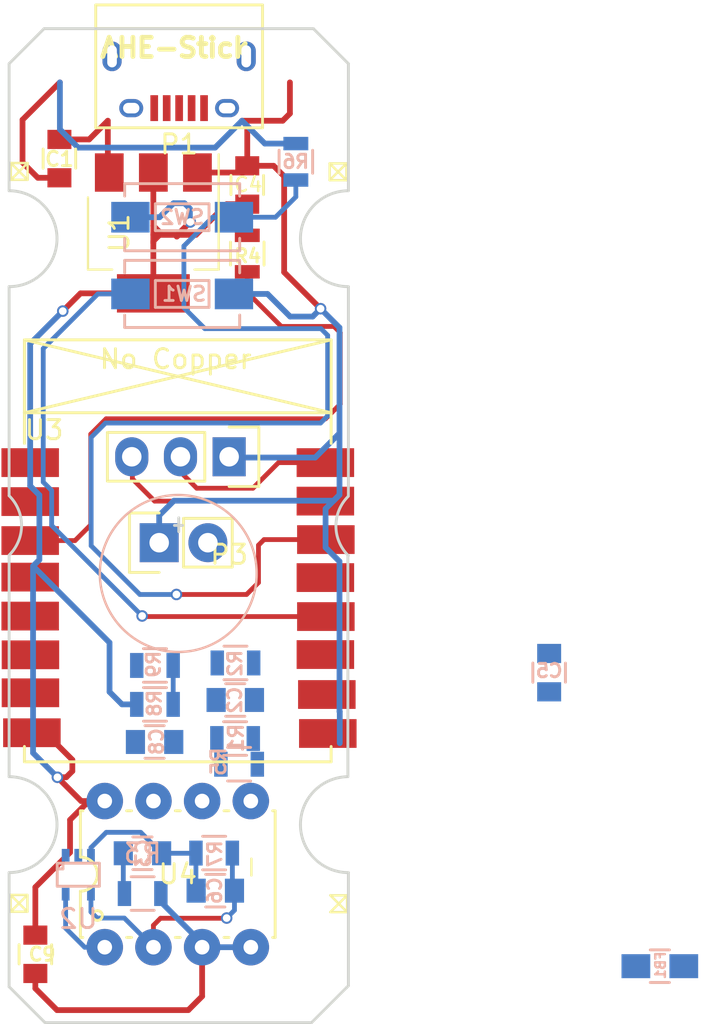
<source format=kicad_pcb>
(kicad_pcb (version 4) (host pcbnew 4.0.4-stable)

  (general
    (links 57)
    (no_connects 26)
    (area 140.549999 47.75 179.252381 106.655)
    (thickness 1.6)
    (drawings 53)
    (tracks 193)
    (zones 0)
    (modules 27)
    (nets 19)
  )

  (page A4)
  (layers
    (0 F.Cu signal)
    (31 B.Cu signal)
    (32 B.Adhes user hide)
    (33 F.Adhes user hide)
    (34 B.Paste user hide)
    (35 F.Paste user hide)
    (36 B.SilkS user)
    (37 F.SilkS user)
    (38 B.Mask user hide)
    (39 F.Mask user hide)
    (40 Dwgs.User user hide)
    (41 Cmts.User user hide)
    (42 Eco1.User user hide)
    (43 Eco2.User user hide)
    (44 Edge.Cuts user)
    (45 Margin user hide)
    (46 B.CrtYd user hide)
    (47 F.CrtYd user hide)
    (48 B.Fab user hide)
    (49 F.Fab user hide)
  )

  (setup
    (last_trace_width 0.25)
    (trace_clearance 0.2)
    (zone_clearance 0.508)
    (zone_45_only yes)
    (trace_min 0.2)
    (segment_width 0.127)
    (edge_width 0.15)
    (via_size 0.6)
    (via_drill 0.4)
    (via_min_size 0.4)
    (via_min_drill 0.3)
    (uvia_size 0.3)
    (uvia_drill 0.1)
    (uvias_allowed no)
    (uvia_min_size 0.2)
    (uvia_min_drill 0.1)
    (pcb_text_width 0.3)
    (pcb_text_size 1.5 1.5)
    (mod_edge_width 0.15)
    (mod_text_size 1 1)
    (mod_text_width 0.15)
    (pad_size 1.75 1.75)
    (pad_drill 1.5)
    (pad_to_mask_clearance 0.2)
    (aux_axis_origin 0 0)
    (visible_elements 7FFEFFFF)
    (pcbplotparams
      (layerselection 0x010f0_80000001)
      (usegerberextensions false)
      (excludeedgelayer true)
      (linewidth 0.100000)
      (plotframeref false)
      (viasonmask false)
      (mode 1)
      (useauxorigin false)
      (hpglpennumber 1)
      (hpglpenspeed 20)
      (hpglpendiameter 15)
      (hpglpenoverlay 2)
      (psnegative false)
      (psa4output false)
      (plotreference true)
      (plotvalue true)
      (plotinvisibletext false)
      (padsonsilk false)
      (subtractmaskfromsilk false)
      (outputformat 1)
      (mirror false)
      (drillshape 0)
      (scaleselection 1)
      (outputdirectory ""))
  )

  (net 0 "")
  (net 1 GND)
  (net 2 "Net-(C2-Pad1)")
  (net 3 "Net-(C3-Pad1)")
  (net 4 VCC)
  (net 5 ANALOG)
  (net 6 "Net-(P3-Pad2)")
  (net 7 "Net-(P3-Pad3)")
  (net 8 "Net-(R4-Pad1)")
  (net 9 SS)
  (net 10 "Net-(R6-Pad2)")
  (net 11 "Net-(SW1-Pad1)")
  (net 12 MISO)
  (net 13 SCLK)
  (net 14 +5V)
  (net 15 "Net-(C3-Pad2)")
  (net 16 "Net-(C5-Pad2)")
  (net 17 "Net-(C5-Pad1)")
  (net 18 "Net-(C8-Pad2)")

  (net_class Default "This is the default net class."
    (clearance 0.2)
    (trace_width 0.25)
    (via_dia 0.6)
    (via_drill 0.4)
    (uvia_dia 0.3)
    (uvia_drill 0.1)
    (add_net ANALOG)
    (add_net MISO)
    (add_net "Net-(C2-Pad1)")
    (add_net "Net-(C3-Pad1)")
    (add_net "Net-(C3-Pad2)")
    (add_net "Net-(C5-Pad1)")
    (add_net "Net-(C5-Pad2)")
    (add_net "Net-(C8-Pad2)")
    (add_net "Net-(P3-Pad2)")
    (add_net "Net-(P3-Pad3)")
    (add_net "Net-(R4-Pad1)")
    (add_net "Net-(R6-Pad2)")
    (add_net "Net-(SW1-Pad1)")
    (add_net SCLK)
    (add_net SS)
  )

  (net_class Power ""
    (clearance 0.2)
    (trace_width 0.3)
    (via_dia 0.6)
    (via_drill 0.4)
    (uvia_dia 0.3)
    (uvia_drill 0.1)
    (add_net +5V)
    (add_net GND)
    (add_net VCC)
  )

  (module ASKicadLib:ESP-07_AS (layer F.Cu) (tedit 58565997) (tstamp 584B2C25)
    (at 143.95 77.225)
    (descr "Module, ESP-8266, ESP-07v2, 16 pad, SMD")
    (tags "Module ESP-8266 ESP8266")
    (path /58495FE2)
    (fp_text reference U3 (at 0.025 -1.7 180) (layer F.SilkS)
      (effects (font (size 1 1) (thickness 0.15)))
    )
    (fp_text value ESP-07v2 (at 7.25 2.25) (layer F.Fab)
      (effects (font (size 1 1) (thickness 0.15)))
    )
    (fp_line (start -2.25 -0.5) (end -2.25 -6.65) (layer F.CrtYd) (width 0.05))
    (fp_line (start -2.25 -6.65) (end 16.25 -6.65) (layer F.CrtYd) (width 0.05))
    (fp_line (start 16.25 -6.65) (end 16.25 16) (layer F.CrtYd) (width 0.05))
    (fp_line (start 16.25 16) (end -2.25 16) (layer F.CrtYd) (width 0.05))
    (fp_line (start -2.25 16) (end -2.25 -0.5) (layer F.CrtYd) (width 0.05))
    (fp_line (start -1 -6.4) (end 15 -6.4) (layer F.SilkS) (width 0.1524))
    (fp_line (start 15 -6.4) (end 15 -1) (layer F.SilkS) (width 0.1524))
    (fp_line (start -1 -6.4) (end -1 -1) (layer F.SilkS) (width 0.1524))
    (fp_line (start -1 14.8) (end -1 15.6) (layer F.SilkS) (width 0.1524))
    (fp_line (start -1 15.6) (end 15 15.6) (layer F.SilkS) (width 0.1524))
    (fp_line (start 15 15.6) (end 15 14.8) (layer F.SilkS) (width 0.1524))
    (fp_line (start 15 -6.4) (end -1 -2.6) (layer F.SilkS) (width 0.1524))
    (fp_line (start -1 -6.4) (end 15 -2.6) (layer F.SilkS) (width 0.1524))
    (fp_text user "No Copper" (at 6.892 -5.4) (layer F.SilkS)
      (effects (font (size 1 1) (thickness 0.15)))
    )
    (fp_line (start -1.008 -2.6) (end 14.992 -2.6) (layer F.SilkS) (width 0.1524))
    (fp_line (start 15 -6.4) (end 15 15.6) (layer F.Fab) (width 0.05))
    (fp_line (start 15 15.6) (end -1 15.6) (layer F.Fab) (width 0.05))
    (fp_line (start -1.008 15.6) (end -1.008 -6.4) (layer F.Fab) (width 0.05))
    (fp_line (start -1 -6.4) (end 15 -6.4) (layer F.Fab) (width 0.05))
    (pad 9 smd rect (at 14.127 14.1224) (size 3 1.5) (drill (offset 0.7 0)) (layers F.Cu F.Paste F.Mask)
      (net 1 GND))
    (pad 10 smd rect (at 14.0762 12.0904) (size 3 1.5) (drill (offset 0.7 0)) (layers F.Cu F.Paste F.Mask)
      (net 9 SS))
    (pad 11 smd rect (at 14 10.0076) (size 3 1.5) (drill (offset 0.7 0)) (layers F.Cu F.Paste F.Mask))
    (pad 12 smd rect (at 14.0254 8.0264) (size 3 1.5) (drill (offset 0.7 0)) (layers F.Cu F.Paste F.Mask)
      (net 11 "Net-(SW1-Pad1)"))
    (pad 13 smd rect (at 14 5.9944) (size 3 1.5) (drill (offset 0.7 0)) (layers F.Cu F.Paste F.Mask))
    (pad 14 smd rect (at 14.0254 4.0132) (size 3 1.5) (drill (offset 0.7 0)) (layers F.Cu F.Paste F.Mask)
      (net 10 "Net-(R6-Pad2)"))
    (pad 15 smd rect (at 14 2.0066) (size 3 1.5) (drill (offset 0.7 0)) (layers F.Cu F.Paste F.Mask)
      (net 7 "Net-(P3-Pad3)"))
    (pad 8 smd rect (at 0.0889 14.0843) (size 3 1.5) (drill (offset -0.7 0)) (layers F.Cu F.Paste F.Mask)
      (net 4 VCC))
    (pad 7 smd rect (at 0.0127 12.0015) (size 3 1.5) (drill (offset -0.7 0)) (layers F.Cu F.Paste F.Mask))
    (pad 6 smd rect (at 0.0127 10.0203) (size 3 1.5) (drill (offset -0.7 0)) (layers F.Cu F.Paste F.Mask)
      (net 12 MISO))
    (pad 5 smd rect (at 0 8.001) (size 3 1.5) (drill (offset -0.7 0)) (layers F.Cu F.Paste F.Mask)
      (net 13 SCLK))
    (pad 4 smd rect (at 0 5.969) (size 3 1.5) (drill (offset -0.7 0)) (layers F.Cu F.Paste F.Mask))
    (pad 3 smd rect (at 0 4.064) (size 3 1.5) (drill (offset -0.7 0)) (layers F.Cu F.Paste F.Mask)
      (net 8 "Net-(R4-Pad1)"))
    (pad 2 smd rect (at 0 2.032) (size 3 1.5) (drill (offset -0.7 0)) (layers F.Cu F.Paste F.Mask))
    (pad 1 smd rect (at 0 0) (size 3 1.5) (drill (offset -0.7 0)) (layers F.Cu F.Paste F.Mask))
    (pad 16 smd rect (at 14 0) (size 3 1.5) (drill (offset 0.7 0)) (layers F.Cu F.Paste F.Mask)
      (net 6 "Net-(P3-Pad2)"))
    (model ${ESPLIB}/ESP8266.3dshapes/ESP-07v2.wrl
      (at (xyz 0 0 0))
      (scale (xyz 0.3937 0.3937 0.3937))
      (rotate (xyz 0 0 0))
    )
  )

  (module Power_Integrations:PDIP-8 (layer F.Cu) (tedit 0) (tstamp 584B30D3)
    (at 150.95 98.68)
    (descr "PDIP-8 Standard 300mil 8pin Dual In Line Package")
    (tags "Power Integrations P Package")
    (path /58495F1E)
    (fp_text reference U4 (at 0 0) (layer F.SilkS)
      (effects (font (size 1 1) (thickness 0.15)))
    )
    (fp_text value MCP3201 (at 0 0) (layer F.Fab)
      (effects (font (size 1 1) (thickness 0.15)))
    )
    (fp_line (start -5.08 0.889) (end -5.08 3.302) (layer F.SilkS) (width 0.15))
    (fp_line (start -5.08 -0.889) (end -5.08 -3.302) (layer F.SilkS) (width 0.15))
    (fp_arc (start -5.08 0) (end -4.191 0) (angle 90) (layer F.SilkS) (width 0.15))
    (fp_arc (start -5.08 0) (end -5.08 -0.889) (angle 90) (layer F.SilkS) (width 0.15))
    (fp_circle (center -4.191 2.159) (end -3.937 2.159) (layer F.SilkS) (width 0.15))
    (fp_line (start 5.08 3.302) (end 4.953 3.302) (layer F.SilkS) (width 0.15))
    (fp_line (start 2.413 3.302) (end 2.667 3.302) (layer F.SilkS) (width 0.15))
    (fp_line (start -0.127 3.302) (end 0.127 3.302) (layer F.SilkS) (width 0.15))
    (fp_line (start -2.667 3.302) (end -2.413 3.302) (layer F.SilkS) (width 0.15))
    (fp_line (start -5.08 3.302) (end -4.953 3.302) (layer F.SilkS) (width 0.15))
    (fp_line (start -5.08 -3.302) (end -4.953 -3.302) (layer F.SilkS) (width 0.15))
    (fp_line (start 5.08 -3.302) (end 4.953 -3.302) (layer F.SilkS) (width 0.15))
    (fp_line (start 2.413 -3.302) (end 2.667 -3.302) (layer F.SilkS) (width 0.15))
    (fp_line (start -0.127 -3.302) (end 0.127 -3.302) (layer F.SilkS) (width 0.15))
    (fp_line (start -2.667 -3.302) (end -2.413 -3.302) (layer F.SilkS) (width 0.15))
    (fp_line (start 5.08 3.302) (end 5.08 -3.302) (layer F.SilkS) (width 0.15))
    (pad 1 thru_hole circle (at -3.81 3.81) (size 1.905 1.905) (drill 0.762) (layers *.Cu *.Mask)
      (net 18 "Net-(C8-Pad2)"))
    (pad 2 thru_hole circle (at -1.27 3.81) (size 1.905 1.905) (drill 0.762) (layers *.Cu *.Mask)
      (net 5 ANALOG))
    (pad 3 thru_hole circle (at 1.27 3.81) (size 1.905 1.905) (drill 0.762) (layers *.Cu *.Mask)
      (net 1 GND))
    (pad 4 thru_hole circle (at 3.81 3.81) (size 1.905 1.905) (drill 0.762) (layers *.Cu *.Mask)
      (net 1 GND))
    (pad 5 thru_hole circle (at 3.81 -3.81) (size 1.905 1.905) (drill 0.762) (layers *.Cu *.Mask)
      (net 9 SS))
    (pad 6 thru_hole circle (at 1.27 -3.81) (size 1.905 1.905) (drill 0.762) (layers *.Cu *.Mask)
      (net 12 MISO))
    (pad 7 thru_hole circle (at -1.27 -3.81) (size 1.905 1.905) (drill 0.762) (layers *.Cu *.Mask)
      (net 13 SCLK))
    (pad 8 thru_hole circle (at -3.81 -3.81) (size 1.905 1.905) (drill 0.762) (layers *.Cu *.Mask)
      (net 4 VCC))
  )

  (module Capacitors_SMD:C_0805 (layer B.Cu) (tedit 584E6F00) (tstamp 584B2B99)
    (at 149.74 91.79)
    (descr "Capacitor SMD 0805, reflow soldering, AVX (see smccp.pdf)")
    (tags "capacitor 0805")
    (path /58499029)
    (attr smd)
    (fp_text reference C8 (at 0.105 -0.02 90) (layer B.SilkS)
      (effects (font (size 0.7 0.7) (thickness 0.15)) (justify mirror))
    )
    (fp_text value 0,1 (at 0 -2.1) (layer B.Fab)
      (effects (font (size 1 1) (thickness 0.15)) (justify mirror))
    )
    (fp_line (start -1 -0.625) (end -1 0.625) (layer B.Fab) (width 0.15))
    (fp_line (start 1 -0.625) (end -1 -0.625) (layer B.Fab) (width 0.15))
    (fp_line (start 1 0.625) (end 1 -0.625) (layer B.Fab) (width 0.15))
    (fp_line (start -1 0.625) (end 1 0.625) (layer B.Fab) (width 0.15))
    (fp_line (start -1.8 1) (end 1.8 1) (layer B.CrtYd) (width 0.05))
    (fp_line (start -1.8 -1) (end 1.8 -1) (layer B.CrtYd) (width 0.05))
    (fp_line (start -1.8 1) (end -1.8 -1) (layer B.CrtYd) (width 0.05))
    (fp_line (start 1.8 1) (end 1.8 -1) (layer B.CrtYd) (width 0.05))
    (fp_line (start 0.5 0.85) (end -0.5 0.85) (layer B.SilkS) (width 0.15))
    (fp_line (start -0.5 -0.85) (end 0.5 -0.85) (layer B.SilkS) (width 0.15))
    (pad 1 smd rect (at -1 0) (size 1 1.25) (layers B.Cu B.Paste B.Mask)
      (net 1 GND))
    (pad 2 smd rect (at 1 0) (size 1 1.25) (layers B.Cu B.Paste B.Mask)
      (net 18 "Net-(C8-Pad2)"))
    (model Capacitors_SMD.3dshapes/C_0805.wrl
      (at (xyz 0 0 0))
      (scale (xyz 1 1 1))
      (rotate (xyz 0 0 0))
    )
  )

  (module Capacitors_SMD:C_0805_HandSoldering (layer B.Cu) (tedit 584E6F0A) (tstamp 584B2BA5)
    (at 176.1 103.48 180)
    (descr "Capacitor SMD 0805, hand soldering")
    (tags "capacitor 0805")
    (path /5849DA18)
    (attr smd)
    (fp_text reference FB1 (at -0.035 0.045 270) (layer B.SilkS)
      (effects (font (size 0.5 0.5) (thickness 0.125)) (justify mirror))
    )
    (fp_text value FERRITE (at 0 -2.1 180) (layer B.Fab)
      (effects (font (size 1 1) (thickness 0.15)) (justify mirror))
    )
    (fp_line (start -1 -0.625) (end -1 0.625) (layer B.Fab) (width 0.15))
    (fp_line (start 1 -0.625) (end -1 -0.625) (layer B.Fab) (width 0.15))
    (fp_line (start 1 0.625) (end 1 -0.625) (layer B.Fab) (width 0.15))
    (fp_line (start -1 0.625) (end 1 0.625) (layer B.Fab) (width 0.15))
    (fp_line (start -2.3 1) (end 2.3 1) (layer B.CrtYd) (width 0.05))
    (fp_line (start -2.3 -1) (end 2.3 -1) (layer B.CrtYd) (width 0.05))
    (fp_line (start -2.3 1) (end -2.3 -1) (layer B.CrtYd) (width 0.05))
    (fp_line (start 2.3 1) (end 2.3 -1) (layer B.CrtYd) (width 0.05))
    (fp_line (start 0.5 0.85) (end -0.5 0.85) (layer B.SilkS) (width 0.15))
    (fp_line (start -0.5 -0.85) (end 0.5 -0.85) (layer B.SilkS) (width 0.15))
    (pad 1 smd rect (at -1.25 0 180) (size 1.5 1.25) (layers B.Cu B.Paste B.Mask)
      (net 18 "Net-(C8-Pad2)"))
    (pad 2 smd rect (at 1.25 0 180) (size 1.5 1.25) (layers B.Cu B.Paste B.Mask)
      (net 4 VCC))
    (model Capacitors_SMD.3dshapes/C_0805_HandSoldering.wrl
      (at (xyz 0 0 0))
      (scale (xyz 1 1 1))
      (rotate (xyz 0 0 0))
    )
  )

  (module TO_SOT_Packages_SMD:SOT-223 (layer F.Cu) (tedit 584D9980) (tstamp 584B2BF6)
    (at 149.675 65.25 270)
    (descr "module CMS SOT223 4 pins")
    (tags "CMS SOT")
    (path /58495D09)
    (attr smd)
    (fp_text reference U1 (at 0 1.775 270) (layer F.SilkS)
      (effects (font (size 1 1) (thickness 0.15)))
    )
    (fp_text value LM1117-3.3 (at -16.525 0.85 360) (layer F.Fab)
      (effects (font (size 1 1) (thickness 0.15)))
    )
    (fp_line (start 1.91 3.41) (end 1.91 2.15) (layer F.SilkS) (width 0.12))
    (fp_line (start 1.91 -3.41) (end 1.91 -2.15) (layer F.SilkS) (width 0.12))
    (fp_line (start 4.4 -3.6) (end -4.4 -3.6) (layer F.CrtYd) (width 0.05))
    (fp_line (start 4.4 3.6) (end 4.4 -3.6) (layer F.CrtYd) (width 0.05))
    (fp_line (start -4.4 3.6) (end 4.4 3.6) (layer F.CrtYd) (width 0.05))
    (fp_line (start -4.4 -3.6) (end -4.4 3.6) (layer F.CrtYd) (width 0.05))
    (fp_line (start -1.85 -3.35) (end -1.85 3.35) (layer F.Fab) (width 0.15))
    (fp_line (start -1.85 3.41) (end 1.91 3.41) (layer F.SilkS) (width 0.12))
    (fp_line (start -1.85 -3.35) (end 1.85 -3.35) (layer F.Fab) (width 0.15))
    (fp_line (start -4.1 -3.41) (end 1.91 -3.41) (layer F.SilkS) (width 0.12))
    (fp_line (start -1.85 3.35) (end 1.85 3.35) (layer F.Fab) (width 0.15))
    (fp_line (start 1.85 -3.35) (end 1.85 3.35) (layer F.Fab) (width 0.15))
    (pad 4 smd rect (at 3.15 0 270) (size 2 3.8) (layers F.Cu F.Paste F.Mask)
      (net 4 VCC))
    (pad 2 smd rect (at -3.15 0 270) (size 2 1.5) (layers F.Cu F.Paste F.Mask)
      (net 4 VCC))
    (pad 3 smd rect (at -3.15 2.3 270) (size 2 1.5) (layers F.Cu F.Paste F.Mask)
      (net 14 +5V))
    (pad 1 smd rect (at -3.15 -2.3 270) (size 2 1.5) (layers F.Cu F.Paste F.Mask)
      (net 1 GND))
    (model TO_SOT_Packages_SMD.3dshapes/SOT-223.wrl
      (at (xyz 0 0 0))
      (scale (xyz 0.4 0.4 0.4))
      (rotate (xyz 0 0 90))
    )
  )

  (module Capacitors_SMD:C_0805 (layer F.Cu) (tedit 584D9989) (tstamp 584B2B6F)
    (at 144.775 61.375 270)
    (descr "Capacitor SMD 0805, reflow soldering, AVX (see smccp.pdf)")
    (tags "capacitor 0805")
    (path /58496BB4)
    (attr smd)
    (fp_text reference C1 (at 0.025 0 360) (layer F.SilkS)
      (effects (font (size 0.75 0.75) (thickness 0.15)))
    )
    (fp_text value 0,1 (at 0.075 0 270) (layer F.Fab)
      (effects (font (size 1 1) (thickness 0.15)))
    )
    (fp_line (start -1 0.625) (end -1 -0.625) (layer F.Fab) (width 0.15))
    (fp_line (start 1 0.625) (end -1 0.625) (layer F.Fab) (width 0.15))
    (fp_line (start 1 -0.625) (end 1 0.625) (layer F.Fab) (width 0.15))
    (fp_line (start -1 -0.625) (end 1 -0.625) (layer F.Fab) (width 0.15))
    (fp_line (start -1.8 -1) (end 1.8 -1) (layer F.CrtYd) (width 0.05))
    (fp_line (start -1.8 1) (end 1.8 1) (layer F.CrtYd) (width 0.05))
    (fp_line (start -1.8 -1) (end -1.8 1) (layer F.CrtYd) (width 0.05))
    (fp_line (start 1.8 -1) (end 1.8 1) (layer F.CrtYd) (width 0.05))
    (fp_line (start 0.5 -0.85) (end -0.5 -0.85) (layer F.SilkS) (width 0.15))
    (fp_line (start -0.5 0.85) (end 0.5 0.85) (layer F.SilkS) (width 0.15))
    (pad 1 smd rect (at -1 0 270) (size 1 1.25) (layers F.Cu F.Paste F.Mask)
      (net 14 +5V))
    (pad 2 smd rect (at 1 0 270) (size 1 1.25) (layers F.Cu F.Paste F.Mask)
      (net 1 GND))
    (model Capacitors_SMD.3dshapes/C_0805.wrl
      (at (xyz 0 0 0))
      (scale (xyz 1 1 1))
      (rotate (xyz 0 0 0))
    )
  )

  (module Capacitors_SMD:C_0805 (layer B.Cu) (tedit 584E6F1D) (tstamp 584B2B75)
    (at 153.95 89.6 180)
    (descr "Capacitor SMD 0805, reflow soldering, AVX (see smccp.pdf)")
    (tags "capacitor 0805")
    (path /586A9FA7)
    (attr smd)
    (fp_text reference C2 (at 0.025 -0.01 450) (layer B.SilkS)
      (effects (font (size 0.7 0.7) (thickness 0.15)) (justify mirror))
    )
    (fp_text value 0,1 (at 0.05 0.05 180) (layer B.Fab) hide
      (effects (font (size 1 1) (thickness 0.15)) (justify mirror))
    )
    (fp_line (start -1 -0.625) (end -1 0.625) (layer B.Fab) (width 0.15))
    (fp_line (start 1 -0.625) (end -1 -0.625) (layer B.Fab) (width 0.15))
    (fp_line (start 1 0.625) (end 1 -0.625) (layer B.Fab) (width 0.15))
    (fp_line (start -1 0.625) (end 1 0.625) (layer B.Fab) (width 0.15))
    (fp_line (start -1.8 1) (end 1.8 1) (layer B.CrtYd) (width 0.05))
    (fp_line (start -1.8 -1) (end 1.8 -1) (layer B.CrtYd) (width 0.05))
    (fp_line (start -1.8 1) (end -1.8 -1) (layer B.CrtYd) (width 0.05))
    (fp_line (start 1.8 1) (end 1.8 -1) (layer B.CrtYd) (width 0.05))
    (fp_line (start 0.5 0.85) (end -0.5 0.85) (layer B.SilkS) (width 0.15))
    (fp_line (start -0.5 -0.85) (end 0.5 -0.85) (layer B.SilkS) (width 0.15))
    (pad 1 smd rect (at -1 0 180) (size 1 1.25) (layers B.Cu B.Paste B.Mask)
      (net 2 "Net-(C2-Pad1)"))
    (pad 2 smd rect (at 1 0 180) (size 1 1.25) (layers B.Cu B.Paste B.Mask)
      (net 1 GND))
    (model Capacitors_SMD.3dshapes/C_0805.wrl
      (at (xyz 0 0 0))
      (scale (xyz 1 1 1))
      (rotate (xyz 0 0 0))
    )
  )

  (module Capacitors_SMD:C_0805 (layer B.Cu) (tedit 584DCAA0) (tstamp 584B2B7B)
    (at 149.1075 97.5925)
    (descr "Capacitor SMD 0805, reflow soldering, AVX (see smccp.pdf)")
    (tags "capacitor 0805")
    (path /586A8B6A)
    (attr smd)
    (fp_text reference C3 (at 0.05 0 90) (layer B.SilkS)
      (effects (font (size 0.75 0.75) (thickness 0.15)) (justify mirror))
    )
    (fp_text value 1uF (at 0 -2.1) (layer B.Fab)
      (effects (font (size 1 1) (thickness 0.15)) (justify mirror))
    )
    (fp_line (start -1 -0.625) (end -1 0.625) (layer B.Fab) (width 0.15))
    (fp_line (start 1 -0.625) (end -1 -0.625) (layer B.Fab) (width 0.15))
    (fp_line (start 1 0.625) (end 1 -0.625) (layer B.Fab) (width 0.15))
    (fp_line (start -1 0.625) (end 1 0.625) (layer B.Fab) (width 0.15))
    (fp_line (start -1.8 1) (end 1.8 1) (layer B.CrtYd) (width 0.05))
    (fp_line (start -1.8 -1) (end 1.8 -1) (layer B.CrtYd) (width 0.05))
    (fp_line (start -1.8 1) (end -1.8 -1) (layer B.CrtYd) (width 0.05))
    (fp_line (start 1.8 1) (end 1.8 -1) (layer B.CrtYd) (width 0.05))
    (fp_line (start 0.5 0.85) (end -0.5 0.85) (layer B.SilkS) (width 0.15))
    (fp_line (start -0.5 -0.85) (end 0.5 -0.85) (layer B.SilkS) (width 0.15))
    (pad 1 smd rect (at -1 0) (size 1 1.25) (layers B.Cu B.Paste B.Mask)
      (net 3 "Net-(C3-Pad1)"))
    (pad 2 smd rect (at 1 0) (size 1 1.25) (layers B.Cu B.Paste B.Mask)
      (net 15 "Net-(C3-Pad2)"))
    (model Capacitors_SMD.3dshapes/C_0805.wrl
      (at (xyz 0 0 0))
      (scale (xyz 1 1 1))
      (rotate (xyz 0 0 0))
    )
  )

  (module Capacitors_SMD:C_0805 (layer F.Cu) (tedit 584D9973) (tstamp 584B2B81)
    (at 154.575 62.75 90)
    (descr "Capacitor SMD 0805, reflow soldering, AVX (see smccp.pdf)")
    (tags "capacitor 0805")
    (path /58496C2E)
    (attr smd)
    (fp_text reference C4 (at 0.025 0.05 180) (layer F.SilkS)
      (effects (font (size 0.75 0.75) (thickness 0.125)))
    )
    (fp_text value 10 (at -0.125 0.05 90) (layer F.Fab)
      (effects (font (size 1 1) (thickness 0.15)))
    )
    (fp_line (start -1 0.625) (end -1 -0.625) (layer F.Fab) (width 0.15))
    (fp_line (start 1 0.625) (end -1 0.625) (layer F.Fab) (width 0.15))
    (fp_line (start 1 -0.625) (end 1 0.625) (layer F.Fab) (width 0.15))
    (fp_line (start -1 -0.625) (end 1 -0.625) (layer F.Fab) (width 0.15))
    (fp_line (start -1.8 -1) (end 1.8 -1) (layer F.CrtYd) (width 0.05))
    (fp_line (start -1.8 1) (end 1.8 1) (layer F.CrtYd) (width 0.05))
    (fp_line (start -1.8 -1) (end -1.8 1) (layer F.CrtYd) (width 0.05))
    (fp_line (start 1.8 -1) (end 1.8 1) (layer F.CrtYd) (width 0.05))
    (fp_line (start 0.5 -0.85) (end -0.5 -0.85) (layer F.SilkS) (width 0.15))
    (fp_line (start -0.5 0.85) (end 0.5 0.85) (layer F.SilkS) (width 0.15))
    (pad 1 smd rect (at -1 0 90) (size 1 1.25) (layers F.Cu F.Paste F.Mask)
      (net 4 VCC))
    (pad 2 smd rect (at 1 0 90) (size 1 1.25) (layers F.Cu F.Paste F.Mask)
      (net 1 GND))
    (model Capacitors_SMD.3dshapes/C_0805.wrl
      (at (xyz 0 0 0))
      (scale (xyz 1 1 1))
      (rotate (xyz 0 0 0))
    )
  )

  (module Capacitors_SMD:C_0805 (layer B.Cu) (tedit 586A841A) (tstamp 584B2B87)
    (at 170.325 88.175 270)
    (descr "Capacitor SMD 0805, reflow soldering, AVX (see smccp.pdf)")
    (tags "capacitor 0805")
    (path /586A96FD)
    (attr smd)
    (fp_text reference C5 (at -0.1 0 540) (layer B.SilkS)
      (effects (font (size 0.7 0.7) (thickness 0.15)) (justify mirror))
    )
    (fp_text value 0,01 (at 0 -2.1 270) (layer B.Fab)
      (effects (font (size 1 1) (thickness 0.15)) (justify mirror))
    )
    (fp_line (start -1 -0.625) (end -1 0.625) (layer B.Fab) (width 0.15))
    (fp_line (start 1 -0.625) (end -1 -0.625) (layer B.Fab) (width 0.15))
    (fp_line (start 1 0.625) (end 1 -0.625) (layer B.Fab) (width 0.15))
    (fp_line (start -1 0.625) (end 1 0.625) (layer B.Fab) (width 0.15))
    (fp_line (start -1.8 1) (end 1.8 1) (layer B.CrtYd) (width 0.05))
    (fp_line (start -1.8 -1) (end 1.8 -1) (layer B.CrtYd) (width 0.05))
    (fp_line (start -1.8 1) (end -1.8 -1) (layer B.CrtYd) (width 0.05))
    (fp_line (start 1.8 1) (end 1.8 -1) (layer B.CrtYd) (width 0.05))
    (fp_line (start 0.5 0.85) (end -0.5 0.85) (layer B.SilkS) (width 0.15))
    (fp_line (start -0.5 -0.85) (end 0.5 -0.85) (layer B.SilkS) (width 0.15))
    (pad 1 smd rect (at -1 0 270) (size 1 1.25) (layers B.Cu B.Paste B.Mask)
      (net 17 "Net-(C5-Pad1)"))
    (pad 2 smd rect (at 1 0 270) (size 1 1.25) (layers B.Cu B.Paste B.Mask)
      (net 16 "Net-(C5-Pad2)"))
    (model Capacitors_SMD.3dshapes/C_0805.wrl
      (at (xyz 0 0 0))
      (scale (xyz 1 1 1))
      (rotate (xyz 0 0 0))
    )
  )

  (module Capacitors_SMD:C_0805 (layer F.Cu) (tedit 586A933A) (tstamp 584B2B9F)
    (at 143.52 102.86 90)
    (descr "Capacitor SMD 0805, reflow soldering, AVX (see smccp.pdf)")
    (tags "capacitor 0805")
    (path /584989F9)
    (attr smd)
    (fp_text reference C9 (at 0 0.35 180) (layer F.SilkS)
      (effects (font (size 0.7 0.7) (thickness 0.15)))
    )
    (fp_text value 0,1 (at 0 2.1 90) (layer F.Fab)
      (effects (font (size 1 1) (thickness 0.15)))
    )
    (fp_line (start -1 0.625) (end -1 -0.625) (layer F.Fab) (width 0.15))
    (fp_line (start 1 0.625) (end -1 0.625) (layer F.Fab) (width 0.15))
    (fp_line (start 1 -0.625) (end 1 0.625) (layer F.Fab) (width 0.15))
    (fp_line (start -1 -0.625) (end 1 -0.625) (layer F.Fab) (width 0.15))
    (fp_line (start -1.8 -1) (end 1.8 -1) (layer F.CrtYd) (width 0.05))
    (fp_line (start -1.8 1) (end 1.8 1) (layer F.CrtYd) (width 0.05))
    (fp_line (start -1.8 -1) (end -1.8 1) (layer F.CrtYd) (width 0.05))
    (fp_line (start 1.8 -1) (end 1.8 1) (layer F.CrtYd) (width 0.05))
    (fp_line (start 0.5 -0.85) (end -0.5 -0.85) (layer F.SilkS) (width 0.15))
    (fp_line (start -0.5 0.85) (end 0.5 0.85) (layer F.SilkS) (width 0.15))
    (pad 1 smd rect (at -1 0 90) (size 1 1.25) (layers F.Cu F.Paste F.Mask)
      (net 1 GND))
    (pad 2 smd rect (at 1 0 90) (size 1 1.25) (layers F.Cu F.Paste F.Mask)
      (net 4 VCC))
    (model Capacitors_SMD.3dshapes/C_0805.wrl
      (at (xyz 0 0 0))
      (scale (xyz 1 1 1))
      (rotate (xyz 0 0 0))
    )
  )

  (module Socket_Strips:Socket_Strip_Straight_1x02 (layer F.Cu) (tedit 584DCAB4) (tstamp 584B2BB5)
    (at 149.98 81.4)
    (descr "Through hole socket strip")
    (tags "socket strip")
    (path /586AA5ED)
    (fp_text reference P2 (at 20.375 -0.525 90) (layer F.SilkS) hide
      (effects (font (size 1 1) (thickness 0.15)))
    )
    (fp_text value MIC (at 0 -3.1) (layer F.Fab)
      (effects (font (size 1 1) (thickness 0.15)))
    )
    (fp_line (start -1.55 1.55) (end 0 1.55) (layer F.SilkS) (width 0.15))
    (fp_line (start 3.81 1.27) (end 1.27 1.27) (layer F.SilkS) (width 0.15))
    (fp_line (start -1.75 -1.75) (end -1.75 1.75) (layer F.CrtYd) (width 0.05))
    (fp_line (start 4.3 -1.75) (end 4.3 1.75) (layer F.CrtYd) (width 0.05))
    (fp_line (start -1.75 -1.75) (end 4.3 -1.75) (layer F.CrtYd) (width 0.05))
    (fp_line (start -1.75 1.75) (end 4.3 1.75) (layer F.CrtYd) (width 0.05))
    (fp_line (start 1.27 1.27) (end 1.27 -1.27) (layer F.SilkS) (width 0.15))
    (fp_line (start 0 -1.55) (end -1.55 -1.55) (layer F.SilkS) (width 0.15))
    (fp_line (start -1.55 -1.55) (end -1.55 1.55) (layer F.SilkS) (width 0.15))
    (fp_line (start 1.27 -1.27) (end 3.81 -1.27) (layer F.SilkS) (width 0.15))
    (fp_line (start 3.81 -1.27) (end 3.81 1.27) (layer F.SilkS) (width 0.15))
    (pad 1 thru_hole rect (at 0 0) (size 2.032 2.032) (drill 1.016) (layers *.Cu *.Mask)
      (net 1 GND))
    (pad 2 thru_hole oval (at 2.54 0) (size 2.032 2.032) (drill 1.016) (layers *.Cu *.Mask)
      (net 16 "Net-(C5-Pad2)"))
    (model Socket_Strips.3dshapes/Socket_Strip_Straight_1x02.wrl
      (at (xyz 0.05 0 0))
      (scale (xyz 1 1 1))
      (rotate (xyz 0 0 180))
    )
  )

  (module Resistors_SMD:R_0805 (layer B.Cu) (tedit 584DCA97) (tstamp 584B2BC2)
    (at 153.94 91.61)
    (descr "Resistor SMD 0805, reflow soldering, Vishay (see dcrcw.pdf)")
    (tags "resistor 0805")
    (path /586A9D69)
    (attr smd)
    (fp_text reference R1 (at 0.05 -0.025 90) (layer B.SilkS)
      (effects (font (size 0.75 0.75) (thickness 0.15)) (justify mirror))
    )
    (fp_text value 2k (at 0 -2.1) (layer B.Fab)
      (effects (font (size 1 1) (thickness 0.15)) (justify mirror))
    )
    (fp_line (start -1 -0.625) (end -1 0.625) (layer B.Fab) (width 0.1))
    (fp_line (start 1 -0.625) (end -1 -0.625) (layer B.Fab) (width 0.1))
    (fp_line (start 1 0.625) (end 1 -0.625) (layer B.Fab) (width 0.1))
    (fp_line (start -1 0.625) (end 1 0.625) (layer B.Fab) (width 0.1))
    (fp_line (start -1.6 1) (end 1.6 1) (layer B.CrtYd) (width 0.05))
    (fp_line (start -1.6 -1) (end 1.6 -1) (layer B.CrtYd) (width 0.05))
    (fp_line (start -1.6 1) (end -1.6 -1) (layer B.CrtYd) (width 0.05))
    (fp_line (start 1.6 1) (end 1.6 -1) (layer B.CrtYd) (width 0.05))
    (fp_line (start 0.6 -0.875) (end -0.6 -0.875) (layer B.SilkS) (width 0.15))
    (fp_line (start -0.6 0.875) (end 0.6 0.875) (layer B.SilkS) (width 0.15))
    (pad 1 smd rect (at -0.95 0) (size 0.7 1.3) (layers B.Cu B.Paste B.Mask)
      (net 4 VCC))
    (pad 2 smd rect (at 0.95 0) (size 0.7 1.3) (layers B.Cu B.Paste B.Mask)
      (net 2 "Net-(C2-Pad1)"))
    (model Resistors_SMD.3dshapes/R_0805.wrl
      (at (xyz 0 0 0))
      (scale (xyz 1 1 1))
      (rotate (xyz 0 0 0))
    )
  )

  (module Resistors_SMD:R_0805 (layer F.Cu) (tedit 584E6C3D) (tstamp 584B2BD4)
    (at 154.575 66.325 90)
    (descr "Resistor SMD 0805, reflow soldering, Vishay (see dcrcw.pdf)")
    (tags "resistor 0805")
    (path /58496E46)
    (attr smd)
    (fp_text reference R4 (at -0.125 0.025 180) (layer F.SilkS)
      (effects (font (size 0.7 0.7) (thickness 0.15)))
    )
    (fp_text value 10k (at 0 2.1 90) (layer F.Fab)
      (effects (font (size 1 1) (thickness 0.15)))
    )
    (fp_line (start -1 0.625) (end -1 -0.625) (layer F.Fab) (width 0.1))
    (fp_line (start 1 0.625) (end -1 0.625) (layer F.Fab) (width 0.1))
    (fp_line (start 1 -0.625) (end 1 0.625) (layer F.Fab) (width 0.1))
    (fp_line (start -1 -0.625) (end 1 -0.625) (layer F.Fab) (width 0.1))
    (fp_line (start -1.6 -1) (end 1.6 -1) (layer F.CrtYd) (width 0.05))
    (fp_line (start -1.6 1) (end 1.6 1) (layer F.CrtYd) (width 0.05))
    (fp_line (start -1.6 -1) (end -1.6 1) (layer F.CrtYd) (width 0.05))
    (fp_line (start 1.6 -1) (end 1.6 1) (layer F.CrtYd) (width 0.05))
    (fp_line (start 0.6 0.875) (end -0.6 0.875) (layer F.SilkS) (width 0.15))
    (fp_line (start -0.6 -0.875) (end 0.6 -0.875) (layer F.SilkS) (width 0.15))
    (pad 1 smd rect (at -0.95 0 90) (size 0.7 1.3) (layers F.Cu F.Paste F.Mask)
      (net 8 "Net-(R4-Pad1)"))
    (pad 2 smd rect (at 0.95 0 90) (size 0.7 1.3) (layers F.Cu F.Paste F.Mask)
      (net 4 VCC))
    (model Resistors_SMD.3dshapes/R_0805.wrl
      (at (xyz 0 0 0))
      (scale (xyz 1 1 1))
      (rotate (xyz 0 0 0))
    )
  )

  (module Resistors_SMD:R_0805 (layer B.Cu) (tedit 586C2007) (tstamp 584B2BDA)
    (at 154.15 92.95 180)
    (descr "Resistor SMD 0805, reflow soldering, Vishay (see dcrcw.pdf)")
    (tags "resistor 0805")
    (path /58497D8F)
    (attr smd)
    (fp_text reference R5 (at 1.07 0.135 450) (layer B.SilkS)
      (effects (font (size 0.75 0.75) (thickness 0.15)) (justify mirror))
    )
    (fp_text value 10k (at 0 -2.1 180) (layer B.Fab)
      (effects (font (size 1 1) (thickness 0.15)) (justify mirror))
    )
    (fp_line (start -1 -0.625) (end -1 0.625) (layer B.Fab) (width 0.1))
    (fp_line (start 1 -0.625) (end -1 -0.625) (layer B.Fab) (width 0.1))
    (fp_line (start 1 0.625) (end 1 -0.625) (layer B.Fab) (width 0.1))
    (fp_line (start -1 0.625) (end 1 0.625) (layer B.Fab) (width 0.1))
    (fp_line (start -1.6 1) (end 1.6 1) (layer B.CrtYd) (width 0.05))
    (fp_line (start -1.6 -1) (end 1.6 -1) (layer B.CrtYd) (width 0.05))
    (fp_line (start -1.6 1) (end -1.6 -1) (layer B.CrtYd) (width 0.05))
    (fp_line (start 1.6 1) (end 1.6 -1) (layer B.CrtYd) (width 0.05))
    (fp_line (start 0.6 -0.875) (end -0.6 -0.875) (layer B.SilkS) (width 0.15))
    (fp_line (start -0.6 0.875) (end 0.6 0.875) (layer B.SilkS) (width 0.15))
    (pad 1 smd rect (at -0.95 0 180) (size 0.7 1.3) (layers B.Cu B.Paste B.Mask)
      (net 9 SS))
    (pad 2 smd rect (at 0.95 0 180) (size 0.7 1.3) (layers B.Cu B.Paste B.Mask)
      (net 1 GND))
    (model Resistors_SMD.3dshapes/R_0805.wrl
      (at (xyz 0 0 0))
      (scale (xyz 1 1 1))
      (rotate (xyz 0 0 0))
    )
  )

  (module Resistors_SMD:R_0805 (layer B.Cu) (tedit 584E81A8) (tstamp 584B2BE0)
    (at 157.11 61.54 270)
    (descr "Resistor SMD 0805, reflow soldering, Vishay (see dcrcw.pdf)")
    (tags "resistor 0805")
    (path /584974BB)
    (attr smd)
    (fp_text reference R6 (at -0.01 0.01 540) (layer B.SilkS)
      (effects (font (size 0.7 0.7) (thickness 0.15)) (justify mirror))
    )
    (fp_text value 10k (at 0 -2.1 270) (layer B.Fab)
      (effects (font (size 1 1) (thickness 0.15)) (justify mirror))
    )
    (fp_line (start -1 -0.625) (end -1 0.625) (layer B.Fab) (width 0.1))
    (fp_line (start 1 -0.625) (end -1 -0.625) (layer B.Fab) (width 0.1))
    (fp_line (start 1 0.625) (end 1 -0.625) (layer B.Fab) (width 0.1))
    (fp_line (start -1 0.625) (end 1 0.625) (layer B.Fab) (width 0.1))
    (fp_line (start -1.6 1) (end 1.6 1) (layer B.CrtYd) (width 0.05))
    (fp_line (start -1.6 -1) (end 1.6 -1) (layer B.CrtYd) (width 0.05))
    (fp_line (start -1.6 1) (end -1.6 -1) (layer B.CrtYd) (width 0.05))
    (fp_line (start 1.6 1) (end 1.6 -1) (layer B.CrtYd) (width 0.05))
    (fp_line (start 0.6 -0.875) (end -0.6 -0.875) (layer B.SilkS) (width 0.15))
    (fp_line (start -0.6 0.875) (end 0.6 0.875) (layer B.SilkS) (width 0.15))
    (pad 1 smd rect (at -0.95 0 270) (size 0.7 1.3) (layers B.Cu B.Paste B.Mask)
      (net 1 GND))
    (pad 2 smd rect (at 0.95 0 270) (size 0.7 1.3) (layers B.Cu B.Paste B.Mask)
      (net 10 "Net-(R6-Pad2)"))
    (model Resistors_SMD.3dshapes/R_0805.wrl
      (at (xyz 0 0 0))
      (scale (xyz 1 1 1))
      (rotate (xyz 0 0 0))
    )
  )

  (module Buttons_Switches_SMD:SW_SPST_EVQPE1 (layer B.Cu) (tedit 584B3295) (tstamp 584B2BEE)
    (at 151.18 64.43 180)
    (descr "Light Touch Switch")
    (path /5849753C)
    (attr smd)
    (fp_text reference SW2 (at 0 0 180) (layer B.SilkS)
      (effects (font (size 0.75 0.75) (thickness 0.15)) (justify mirror))
    )
    (fp_text value SW_PUSH (at 0 -3 180) (layer B.Fab) hide
      (effects (font (size 1 1) (thickness 0.15)) (justify mirror))
    )
    (fp_line (start -1.4 0.7) (end 1.4 0.7) (layer B.SilkS) (width 0.15))
    (fp_line (start 1.4 0.7) (end 1.4 -0.7) (layer B.SilkS) (width 0.15))
    (fp_line (start 1.4 -0.7) (end -1.4 -0.7) (layer B.SilkS) (width 0.15))
    (fp_line (start -1.4 -0.7) (end -1.4 0.7) (layer B.SilkS) (width 0.15))
    (fp_line (start -3.95 2) (end 3.95 2) (layer B.CrtYd) (width 0.05))
    (fp_line (start 3.95 2) (end 3.95 -2) (layer B.CrtYd) (width 0.05))
    (fp_line (start 3.95 -2) (end -3.95 -2) (layer B.CrtYd) (width 0.05))
    (fp_line (start -3.95 -2) (end -3.95 2) (layer B.CrtYd) (width 0.05))
    (fp_line (start 3 1.75) (end 3 1.1) (layer B.SilkS) (width 0.15))
    (fp_line (start 3 -1.75) (end 3 -1.1) (layer B.SilkS) (width 0.15))
    (fp_line (start -3 -1.1) (end -3 -1.75) (layer B.SilkS) (width 0.15))
    (fp_line (start -3 1.75) (end -3 1.1) (layer B.SilkS) (width 0.15))
    (fp_line (start 3 1.75) (end -3 1.75) (layer B.SilkS) (width 0.15))
    (fp_line (start -3 -1.75) (end 3 -1.75) (layer B.SilkS) (width 0.15))
    (pad 2 smd rect (at 2.7 0 180) (size 2 1.6) (layers B.Cu B.Paste B.Mask)
      (net 4 VCC))
    (pad 1 smd rect (at -2.7 0 180) (size 2 1.6) (layers B.Cu B.Paste B.Mask)
      (net 10 "Net-(R6-Pad2)"))
  )

  (module Buttons_Switches_SMD:SW_SPST_EVQPE1 (layer B.Cu) (tedit 584B3291) (tstamp 584B30CE)
    (at 151.18 68.43)
    (descr "Light Touch Switch")
    (path /5849792E)
    (attr smd)
    (fp_text reference SW1 (at 0.1 0) (layer B.SilkS)
      (effects (font (size 0.75 0.75) (thickness 0.15)) (justify mirror))
    )
    (fp_text value SW_PUSH (at 0 -3) (layer B.Fab) hide
      (effects (font (size 1 1) (thickness 0.15)) (justify mirror))
    )
    (fp_line (start -1.4 0.7) (end 1.4 0.7) (layer B.SilkS) (width 0.15))
    (fp_line (start 1.4 0.7) (end 1.4 -0.7) (layer B.SilkS) (width 0.15))
    (fp_line (start 1.4 -0.7) (end -1.4 -0.7) (layer B.SilkS) (width 0.15))
    (fp_line (start -1.4 -0.7) (end -1.4 0.7) (layer B.SilkS) (width 0.15))
    (fp_line (start -3.95 2) (end 3.95 2) (layer B.CrtYd) (width 0.05))
    (fp_line (start 3.95 2) (end 3.95 -2) (layer B.CrtYd) (width 0.05))
    (fp_line (start 3.95 -2) (end -3.95 -2) (layer B.CrtYd) (width 0.05))
    (fp_line (start -3.95 -2) (end -3.95 2) (layer B.CrtYd) (width 0.05))
    (fp_line (start 3 1.75) (end 3 1.1) (layer B.SilkS) (width 0.15))
    (fp_line (start 3 -1.75) (end 3 -1.1) (layer B.SilkS) (width 0.15))
    (fp_line (start -3 -1.1) (end -3 -1.75) (layer B.SilkS) (width 0.15))
    (fp_line (start -3 1.75) (end -3 1.1) (layer B.SilkS) (width 0.15))
    (fp_line (start 3 1.75) (end -3 1.75) (layer B.SilkS) (width 0.15))
    (fp_line (start -3 -1.75) (end 3 -1.75) (layer B.SilkS) (width 0.15))
    (pad 2 smd rect (at 2.7 0) (size 2 1.6) (layers B.Cu B.Paste B.Mask)
      (net 1 GND))
    (pad 1 smd rect (at -2.7 0) (size 2 1.6) (layers B.Cu B.Paste B.Mask)
      (net 11 "Net-(SW1-Pad1)"))
  )

  (module Resistors_SMD:R_0805 (layer B.Cu) (tedit 584E6E29) (tstamp 584E6E8D)
    (at 153.96 87.67 180)
    (descr "Resistor SMD 0805, reflow soldering, Vishay (see dcrcw.pdf)")
    (tags "resistor 0805")
    (path /586A9AFA)
    (attr smd)
    (fp_text reference R2 (at 0.025 -0.024999 450) (layer B.SilkS)
      (effects (font (size 0.7 0.7) (thickness 0.15)) (justify mirror))
    )
    (fp_text value 2k (at 0 -2.1 180) (layer B.Fab)
      (effects (font (size 1 1) (thickness 0.15)) (justify mirror))
    )
    (fp_line (start -1 -0.625) (end -1 0.625) (layer B.Fab) (width 0.1))
    (fp_line (start 1 -0.625) (end -1 -0.625) (layer B.Fab) (width 0.1))
    (fp_line (start 1 0.625) (end 1 -0.625) (layer B.Fab) (width 0.1))
    (fp_line (start -1 0.625) (end 1 0.625) (layer B.Fab) (width 0.1))
    (fp_line (start -1.6 1) (end 1.6 1) (layer B.CrtYd) (width 0.05))
    (fp_line (start -1.6 -1) (end 1.6 -1) (layer B.CrtYd) (width 0.05))
    (fp_line (start -1.6 1) (end -1.6 -1) (layer B.CrtYd) (width 0.05))
    (fp_line (start 1.6 1) (end 1.6 -1) (layer B.CrtYd) (width 0.05))
    (fp_line (start 0.6 -0.875) (end -0.6 -0.875) (layer B.SilkS) (width 0.15))
    (fp_line (start -0.6 0.875) (end 0.6 0.875) (layer B.SilkS) (width 0.15))
    (pad 1 smd rect (at -0.95 0 180) (size 0.7 1.3) (layers B.Cu B.Paste B.Mask)
      (net 2 "Net-(C2-Pad1)"))
    (pad 2 smd rect (at 0.95 0 180) (size 0.7 1.3) (layers B.Cu B.Paste B.Mask)
      (net 16 "Net-(C5-Pad2)"))
    (model Resistors_SMD.3dshapes/R_0805.wrl
      (at (xyz 0 0 0))
      (scale (xyz 1 1 1))
      (rotate (xyz 0 0 0))
    )
  )

  (module Socket_Strips:Socket_Strip_Straight_1x03 (layer F.Cu) (tedit 54E9F429) (tstamp 586A7BD4)
    (at 153.63 76.92 180)
    (descr "Through hole socket strip")
    (tags "socket strip")
    (path /58496661)
    (fp_text reference P3 (at 0 -5.1 180) (layer F.SilkS)
      (effects (font (size 1 1) (thickness 0.15)))
    )
    (fp_text value Debug (at 0 -3.1 180) (layer F.Fab)
      (effects (font (size 1 1) (thickness 0.15)))
    )
    (fp_line (start 0 -1.55) (end -1.55 -1.55) (layer F.SilkS) (width 0.15))
    (fp_line (start -1.55 -1.55) (end -1.55 1.55) (layer F.SilkS) (width 0.15))
    (fp_line (start -1.55 1.55) (end 0 1.55) (layer F.SilkS) (width 0.15))
    (fp_line (start -1.75 -1.75) (end -1.75 1.75) (layer F.CrtYd) (width 0.05))
    (fp_line (start 6.85 -1.75) (end 6.85 1.75) (layer F.CrtYd) (width 0.05))
    (fp_line (start -1.75 -1.75) (end 6.85 -1.75) (layer F.CrtYd) (width 0.05))
    (fp_line (start -1.75 1.75) (end 6.85 1.75) (layer F.CrtYd) (width 0.05))
    (fp_line (start 1.27 -1.27) (end 6.35 -1.27) (layer F.SilkS) (width 0.15))
    (fp_line (start 6.35 -1.27) (end 6.35 1.27) (layer F.SilkS) (width 0.15))
    (fp_line (start 6.35 1.27) (end 1.27 1.27) (layer F.SilkS) (width 0.15))
    (fp_line (start 1.27 1.27) (end 1.27 -1.27) (layer F.SilkS) (width 0.15))
    (pad 1 thru_hole rect (at 0 0 180) (size 1.7272 2.032) (drill 1.016) (layers *.Cu *.Mask)
      (net 1 GND))
    (pad 2 thru_hole oval (at 2.54 0 180) (size 1.7272 2.032) (drill 1.016) (layers *.Cu *.Mask)
      (net 6 "Net-(P3-Pad2)"))
    (pad 3 thru_hole oval (at 5.08 0 180) (size 1.7272 2.032) (drill 1.016) (layers *.Cu *.Mask)
      (net 7 "Net-(P3-Pad3)"))
    (model Socket_Strips.3dshapes/Socket_Strip_Straight_1x03.wrl
      (at (xyz 0.1 0 0))
      (scale (xyz 1 1 1))
      (rotate (xyz 0 0 180))
    )
  )

  (module Capacitors_SMD:C_0805 (layer B.Cu) (tedit 586A827B) (tstamp 586A80F7)
    (at 152.9075 99.5425 180)
    (descr "Capacitor SMD 0805, reflow soldering, AVX (see smccp.pdf)")
    (tags "capacitor 0805")
    (path /586A8453)
    (attr smd)
    (fp_text reference C6 (at 0.03 0 270) (layer B.SilkS)
      (effects (font (size 0.7 0.7) (thickness 0.15)) (justify mirror))
    )
    (fp_text value 100pF (at 0 -2.1 180) (layer B.Fab)
      (effects (font (size 1 1) (thickness 0.15)) (justify mirror))
    )
    (fp_line (start -1 -0.625) (end -1 0.625) (layer B.Fab) (width 0.15))
    (fp_line (start 1 -0.625) (end -1 -0.625) (layer B.Fab) (width 0.15))
    (fp_line (start 1 0.625) (end 1 -0.625) (layer B.Fab) (width 0.15))
    (fp_line (start -1 0.625) (end 1 0.625) (layer B.Fab) (width 0.15))
    (fp_line (start -1.8 1) (end 1.8 1) (layer B.CrtYd) (width 0.05))
    (fp_line (start -1.8 -1) (end 1.8 -1) (layer B.CrtYd) (width 0.05))
    (fp_line (start -1.8 1) (end -1.8 -1) (layer B.CrtYd) (width 0.05))
    (fp_line (start 1.8 1) (end 1.8 -1) (layer B.CrtYd) (width 0.05))
    (fp_line (start 0.5 0.85) (end -0.5 0.85) (layer B.SilkS) (width 0.15))
    (fp_line (start -0.5 -0.85) (end 0.5 -0.85) (layer B.SilkS) (width 0.15))
    (pad 1 smd rect (at -1 0 180) (size 1 1.25) (layers B.Cu B.Paste B.Mask)
      (net 5 ANALOG))
    (pad 2 smd rect (at 1 0 180) (size 1 1.25) (layers B.Cu B.Paste B.Mask)
      (net 15 "Net-(C3-Pad2)"))
    (model Capacitors_SMD.3dshapes/C_0805.wrl
      (at (xyz 0 0 0))
      (scale (xyz 1 1 1))
      (rotate (xyz 0 0 0))
    )
  )

  (module Resistors_SMD:R_0805 (layer B.Cu) (tedit 58307B54) (tstamp 586A8107)
    (at 149.1175 99.6925 180)
    (descr "Resistor SMD 0805, reflow soldering, Vishay (see dcrcw.pdf)")
    (tags "resistor 0805")
    (path /586A8BD8)
    (attr smd)
    (fp_text reference R3 (at 0 2.1 180) (layer B.SilkS)
      (effects (font (size 1 1) (thickness 0.15)) (justify mirror))
    )
    (fp_text value 10k (at 0 -2.1 180) (layer B.Fab)
      (effects (font (size 1 1) (thickness 0.15)) (justify mirror))
    )
    (fp_line (start -1 -0.625) (end -1 0.625) (layer B.Fab) (width 0.1))
    (fp_line (start 1 -0.625) (end -1 -0.625) (layer B.Fab) (width 0.1))
    (fp_line (start 1 0.625) (end 1 -0.625) (layer B.Fab) (width 0.1))
    (fp_line (start -1 0.625) (end 1 0.625) (layer B.Fab) (width 0.1))
    (fp_line (start -1.6 1) (end 1.6 1) (layer B.CrtYd) (width 0.05))
    (fp_line (start -1.6 -1) (end 1.6 -1) (layer B.CrtYd) (width 0.05))
    (fp_line (start -1.6 1) (end -1.6 -1) (layer B.CrtYd) (width 0.05))
    (fp_line (start 1.6 1) (end 1.6 -1) (layer B.CrtYd) (width 0.05))
    (fp_line (start 0.6 -0.875) (end -0.6 -0.875) (layer B.SilkS) (width 0.15))
    (fp_line (start -0.6 0.875) (end 0.6 0.875) (layer B.SilkS) (width 0.15))
    (pad 1 smd rect (at -0.95 0 180) (size 0.7 1.3) (layers B.Cu B.Paste B.Mask)
      (net 1 GND))
    (pad 2 smd rect (at 0.95 0 180) (size 0.7 1.3) (layers B.Cu B.Paste B.Mask)
      (net 3 "Net-(C3-Pad1)"))
    (model Resistors_SMD.3dshapes/R_0805.wrl
      (at (xyz 0 0 0))
      (scale (xyz 1 1 1))
      (rotate (xyz 0 0 0))
    )
  )

  (module Resistors_SMD:R_0805 (layer B.Cu) (tedit 586A8268) (tstamp 586A8117)
    (at 152.8475 97.5825 180)
    (descr "Resistor SMD 0805, reflow soldering, Vishay (see dcrcw.pdf)")
    (tags "resistor 0805")
    (path /586A8541)
    (attr smd)
    (fp_text reference R7 (at -0.04 -0.04 270) (layer B.SilkS)
      (effects (font (size 0.7 0.7) (thickness 0.15)) (justify mirror))
    )
    (fp_text value 100k (at 0 -2.1 180) (layer B.Fab)
      (effects (font (size 1 1) (thickness 0.15)) (justify mirror))
    )
    (fp_line (start -1 -0.625) (end -1 0.625) (layer B.Fab) (width 0.1))
    (fp_line (start 1 -0.625) (end -1 -0.625) (layer B.Fab) (width 0.1))
    (fp_line (start 1 0.625) (end 1 -0.625) (layer B.Fab) (width 0.1))
    (fp_line (start -1 0.625) (end 1 0.625) (layer B.Fab) (width 0.1))
    (fp_line (start -1.6 1) (end 1.6 1) (layer B.CrtYd) (width 0.05))
    (fp_line (start -1.6 -1) (end 1.6 -1) (layer B.CrtYd) (width 0.05))
    (fp_line (start -1.6 1) (end -1.6 -1) (layer B.CrtYd) (width 0.05))
    (fp_line (start 1.6 1) (end 1.6 -1) (layer B.CrtYd) (width 0.05))
    (fp_line (start 0.6 -0.875) (end -0.6 -0.875) (layer B.SilkS) (width 0.15))
    (fp_line (start -0.6 0.875) (end 0.6 0.875) (layer B.SilkS) (width 0.15))
    (pad 1 smd rect (at -0.95 0 180) (size 0.7 1.3) (layers B.Cu B.Paste B.Mask)
      (net 5 ANALOG))
    (pad 2 smd rect (at 0.95 0 180) (size 0.7 1.3) (layers B.Cu B.Paste B.Mask)
      (net 15 "Net-(C3-Pad2)"))
    (model Resistors_SMD.3dshapes/R_0805.wrl
      (at (xyz 0 0 0))
      (scale (xyz 1 1 1))
      (rotate (xyz 0 0 0))
    )
  )

  (module Resistors_SMD:R_0805 (layer B.Cu) (tedit 586A83BE) (tstamp 586A8127)
    (at 149.76 89.83)
    (descr "Resistor SMD 0805, reflow soldering, Vishay (see dcrcw.pdf)")
    (tags "resistor 0805")
    (path /586A9358)
    (attr smd)
    (fp_text reference R8 (at -0.03 -0.054 270) (layer B.SilkS)
      (effects (font (size 0.7 0.7) (thickness 0.15)) (justify mirror))
    )
    (fp_text value 1M (at 0 -2.1) (layer B.Fab)
      (effects (font (size 1 1) (thickness 0.15)) (justify mirror))
    )
    (fp_line (start -1 -0.625) (end -1 0.625) (layer B.Fab) (width 0.1))
    (fp_line (start 1 -0.625) (end -1 -0.625) (layer B.Fab) (width 0.1))
    (fp_line (start 1 0.625) (end 1 -0.625) (layer B.Fab) (width 0.1))
    (fp_line (start -1 0.625) (end 1 0.625) (layer B.Fab) (width 0.1))
    (fp_line (start -1.6 1) (end 1.6 1) (layer B.CrtYd) (width 0.05))
    (fp_line (start -1.6 -1) (end 1.6 -1) (layer B.CrtYd) (width 0.05))
    (fp_line (start -1.6 1) (end -1.6 -1) (layer B.CrtYd) (width 0.05))
    (fp_line (start 1.6 1) (end 1.6 -1) (layer B.CrtYd) (width 0.05))
    (fp_line (start 0.6 -0.875) (end -0.6 -0.875) (layer B.SilkS) (width 0.15))
    (fp_line (start -0.6 0.875) (end 0.6 0.875) (layer B.SilkS) (width 0.15))
    (pad 1 smd rect (at -0.95 0) (size 0.7 1.3) (layers B.Cu B.Paste B.Mask)
      (net 4 VCC))
    (pad 2 smd rect (at 0.95 0) (size 0.7 1.3) (layers B.Cu B.Paste B.Mask)
      (net 17 "Net-(C5-Pad1)"))
    (model Resistors_SMD.3dshapes/R_0805.wrl
      (at (xyz 0 0 0))
      (scale (xyz 1 1 1))
      (rotate (xyz 0 0 0))
    )
  )

  (module Resistors_SMD:R_0805 (layer B.Cu) (tedit 586A837A) (tstamp 586A8137)
    (at 149.76 87.8 180)
    (descr "Resistor SMD 0805, reflow soldering, Vishay (see dcrcw.pdf)")
    (tags "resistor 0805")
    (path /586A93CE)
    (attr smd)
    (fp_text reference R9 (at 0.08 0.06 270) (layer B.SilkS)
      (effects (font (size 0.7 0.7) (thickness 0.15)) (justify mirror))
    )
    (fp_text value 1M (at 0 -2.1 180) (layer B.Fab)
      (effects (font (size 1 1) (thickness 0.15)) (justify mirror))
    )
    (fp_line (start -1 -0.625) (end -1 0.625) (layer B.Fab) (width 0.1))
    (fp_line (start 1 -0.625) (end -1 -0.625) (layer B.Fab) (width 0.1))
    (fp_line (start 1 0.625) (end 1 -0.625) (layer B.Fab) (width 0.1))
    (fp_line (start -1 0.625) (end 1 0.625) (layer B.Fab) (width 0.1))
    (fp_line (start -1.6 1) (end 1.6 1) (layer B.CrtYd) (width 0.05))
    (fp_line (start -1.6 -1) (end 1.6 -1) (layer B.CrtYd) (width 0.05))
    (fp_line (start -1.6 1) (end -1.6 -1) (layer B.CrtYd) (width 0.05))
    (fp_line (start 1.6 1) (end 1.6 -1) (layer B.CrtYd) (width 0.05))
    (fp_line (start 0.6 -0.875) (end -0.6 -0.875) (layer B.SilkS) (width 0.15))
    (fp_line (start -0.6 0.875) (end 0.6 0.875) (layer B.SilkS) (width 0.15))
    (pad 1 smd rect (at -0.95 0 180) (size 0.7 1.3) (layers B.Cu B.Paste B.Mask)
      (net 17 "Net-(C5-Pad1)"))
    (pad 2 smd rect (at 0.95 0 180) (size 0.7 1.3) (layers B.Cu B.Paste B.Mask)
      (net 1 GND))
    (model Resistors_SMD.3dshapes/R_0805.wrl
      (at (xyz 0 0 0))
      (scale (xyz 1 1 1))
      (rotate (xyz 0 0 0))
    )
  )

  (module Connect:USB_Micro-B (layer F.Cu) (tedit 5543E447) (tstamp 586A830C)
    (at 151.02 57.18 180)
    (descr "Micro USB Type B Receptacle")
    (tags "USB USB_B USB_micro USB_OTG")
    (path /58495BE0)
    (attr smd)
    (fp_text reference P1 (at 0 -3.45 180) (layer F.SilkS)
      (effects (font (size 1 1) (thickness 0.15)))
    )
    (fp_text value USB_B (at 0 4.8 180) (layer F.Fab)
      (effects (font (size 1 1) (thickness 0.15)))
    )
    (fp_line (start -4.6 -2.8) (end 4.6 -2.8) (layer F.CrtYd) (width 0.05))
    (fp_line (start 4.6 -2.8) (end 4.6 4.05) (layer F.CrtYd) (width 0.05))
    (fp_line (start 4.6 4.05) (end -4.6 4.05) (layer F.CrtYd) (width 0.05))
    (fp_line (start -4.6 4.05) (end -4.6 -2.8) (layer F.CrtYd) (width 0.05))
    (fp_line (start -4.3509 3.81746) (end 4.3491 3.81746) (layer F.SilkS) (width 0.15))
    (fp_line (start -4.3509 -2.58754) (end 4.3491 -2.58754) (layer F.SilkS) (width 0.15))
    (fp_line (start 4.3491 -2.58754) (end 4.3491 3.81746) (layer F.SilkS) (width 0.15))
    (fp_line (start 4.3491 2.58746) (end -4.3509 2.58746) (layer F.SilkS) (width 0.15))
    (fp_line (start -4.3509 3.81746) (end -4.3509 -2.58754) (layer F.SilkS) (width 0.15))
    (pad 1 smd rect (at -1.3009 -1.56254 270) (size 1.35 0.4) (layers F.Cu F.Paste F.Mask)
      (net 14 +5V))
    (pad 2 smd rect (at -0.6509 -1.56254 270) (size 1.35 0.4) (layers F.Cu F.Paste F.Mask))
    (pad 3 smd rect (at -0.0009 -1.56254 270) (size 1.35 0.4) (layers F.Cu F.Paste F.Mask))
    (pad 4 smd rect (at 0.6491 -1.56254 270) (size 1.35 0.4) (layers F.Cu F.Paste F.Mask)
      (net 1 GND))
    (pad 5 smd rect (at 1.2991 -1.56254 270) (size 1.35 0.4) (layers F.Cu F.Paste F.Mask)
      (net 1 GND))
    (pad 6 thru_hole oval (at -2.5009 -1.56254 270) (size 0.95 1.25) (drill oval 0.55 0.85) (layers *.Cu *.Mask))
    (pad 6 thru_hole oval (at 2.4991 -1.56254 270) (size 0.95 1.25) (drill oval 0.55 0.85) (layers *.Cu *.Mask))
    (pad 6 thru_hole oval (at -3.5009 1.13746 270) (size 1.55 1) (drill oval 1.15 0.5) (layers *.Cu *.Mask))
    (pad 6 thru_hole oval (at 3.4991 1.13746 270) (size 1.55 1) (drill oval 1.15 0.5) (layers *.Cu *.Mask))
  )

  (module TO_SOT_Packages_SMD:SC-70-5 (layer B.Cu) (tedit 0) (tstamp 586A8321)
    (at 145.76 98.71)
    (descr "SC70-5 SOT323-5")
    (path /586A8576)
    (attr smd)
    (fp_text reference U2 (at 0 2.3) (layer B.SilkS)
      (effects (font (size 1 1) (thickness 0.15)) (justify mirror))
    )
    (fp_text value MAX4466 (at 0 -2.3) (layer B.Fab)
      (effects (font (size 1 1) (thickness 0.15)) (justify mirror))
    )
    (fp_line (start 1.3 1.6) (end 1.3 -1.6) (layer B.CrtYd) (width 0.05))
    (fp_line (start -1.3 1.6) (end 1.3 1.6) (layer B.CrtYd) (width 0.05))
    (fp_line (start -1.3 -1.6) (end -1.3 1.6) (layer B.CrtYd) (width 0.05))
    (fp_line (start 1.3 -1.6) (end -1.3 -1.6) (layer B.CrtYd) (width 0.05))
    (fp_line (start -1.1 -0.3) (end -0.8 -0.3) (layer B.SilkS) (width 0.15))
    (fp_line (start -0.8 -0.3) (end -0.8 -0.6) (layer B.SilkS) (width 0.15))
    (fp_line (start 1.1 0.6) (end -1.1 0.6) (layer B.SilkS) (width 0.15))
    (fp_line (start -1.1 0.6) (end -1.1 -0.6) (layer B.SilkS) (width 0.15))
    (fp_line (start -1.1 -0.6) (end 1.1 -0.6) (layer B.SilkS) (width 0.15))
    (fp_line (start 1.1 -0.6) (end 1.1 0.6) (layer B.SilkS) (width 0.15))
    (pad 1 smd rect (at -0.6604 -1.016) (size 0.4064 0.6604) (layers B.Cu B.Paste B.Mask)
      (net 17 "Net-(C5-Pad1)"))
    (pad 3 smd rect (at 0.6604 -1.016) (size 0.4064 0.6604) (layers B.Cu B.Paste B.Mask)
      (net 15 "Net-(C3-Pad2)"))
    (pad 2 smd rect (at 0 -1.016) (size 0.4064 0.6604) (layers B.Cu B.Paste B.Mask)
      (net 1 GND))
    (pad 4 smd rect (at 0.6604 1.016) (size 0.4064 0.6604) (layers B.Cu B.Paste B.Mask)
      (net 5 ANALOG))
    (pad 5 smd rect (at -0.6604 1.016) (size 0.4064 0.6604) (layers B.Cu B.Paste B.Mask)
      (net 18 "Net-(C8-Pad2)"))
    (model TO_SOT_Packages_SMD.3dshapes/SC-70-5.wrl
      (at (xyz 0 0 0))
      (scale (xyz 1 1 1))
      (rotate (xyz 0 0 0))
    )
  )

  (gr_line (start 159.785 100.66) (end 158.91 99.785) (angle 90) (layer F.SilkS) (width 0.127) (tstamp 58565C20))
  (gr_line (start 159.785 99.785) (end 158.91 99.785) (angle 90) (layer F.SilkS) (width 0.127) (tstamp 58565C1F))
  (gr_line (start 159.76 99.81) (end 158.91 100.66) (angle 90) (layer F.SilkS) (width 0.127) (tstamp 58565C1E))
  (gr_line (start 154.79 98.75) (end 154.79 97.875) (angle 90) (layer F.SilkS) (width 0.127) (tstamp 58565C1D))
  (gr_line (start 158.91 100.66) (end 159.785 100.66) (angle 90) (layer F.SilkS) (width 0.127) (tstamp 58565C1C))
  (gr_line (start 159.785 100.66) (end 159.785 99.785) (angle 90) (layer F.SilkS) (width 0.127) (tstamp 58565C1B))
  (gr_line (start 143.105 100.64) (end 143.105 99.765) (angle 90) (layer F.SilkS) (width 0.127) (tstamp 58565C1A))
  (gr_line (start 142.23 100.64) (end 143.105 100.64) (angle 90) (layer F.SilkS) (width 0.127) (tstamp 58565C19))
  (gr_line (start 142.23 100.64) (end 142.23 99.765) (angle 90) (layer F.SilkS) (width 0.127) (tstamp 58565C18))
  (gr_line (start 143.08 99.79) (end 142.23 100.64) (angle 90) (layer F.SilkS) (width 0.127) (tstamp 58565C17))
  (gr_line (start 143.105 99.765) (end 142.23 99.765) (angle 90) (layer F.SilkS) (width 0.127) (tstamp 58565C16))
  (gr_line (start 143.105 100.64) (end 142.23 99.765) (angle 90) (layer F.SilkS) (width 0.127) (tstamp 58565C15))
  (gr_line (start 159.76 104.6) (end 159.76 104.58) (angle 90) (layer Edge.Cuts) (width 0.15))
  (gr_text "AHE-Stick\n" (at 150.8 55.6) (layer F.SilkS)
    (effects (font (size 1 1) (thickness 0.25)))
  )
  (gr_circle (center 150.975 83.005) (end 152.875 86.63) (layer B.SilkS) (width 0.127))
  (gr_line (start 151.2 80.5) (end 150.775 80.5) (angle 90) (layer Edge.Cuts) (width 0.15))
  (gr_line (start 151 80.825) (end 151 80.1) (angle 90) (layer Edge.Cuts) (width 0.15))
  (gr_line (start 159.85 68.05) (end 159.85 78.975) (angle 90) (layer Edge.Cuts) (width 0.15))
  (gr_line (start 159.825 93.575) (end 159.825 82.05) (angle 90) (layer Edge.Cuts) (width 0.15))
  (gr_line (start 142.15 93.6) (end 142.15 82.05) (angle 90) (layer Edge.Cuts) (width 0.15))
  (gr_line (start 142.15 68.05) (end 142.15 78.95) (angle 90) (layer Edge.Cuts) (width 0.15))
  (gr_line (start 143.975 54.6) (end 158.025 54.6) (angle 90) (layer Edge.Cuts) (width 0.15))
  (gr_line (start 142.15 56.425) (end 143.975 54.6) (angle 90) (layer Edge.Cuts) (width 0.15))
  (gr_line (start 142.15 63.05) (end 142.15 56.45) (angle 90) (layer Edge.Cuts) (width 0.15))
  (gr_line (start 159.85 56.425) (end 158.025 54.6) (angle 90) (layer Edge.Cuts) (width 0.15))
  (gr_line (start 159.85 56.425) (end 159.85 63.05) (angle 90) (layer Edge.Cuts) (width 0.15))
  (gr_line (start 142.15 104.55) (end 142.15 98.6) (angle 90) (layer Edge.Cuts) (width 0.15))
  (gr_line (start 159.85 98.6) (end 159.85 104.5) (angle 90) (layer Edge.Cuts) (width 0.15))
  (gr_arc (start 159.85 65.55) (end 159.85 68.05) (angle 90) (layer Edge.Cuts) (width 0.15))
  (gr_arc (start 142.15 65.55) (end 144.65 65.55) (angle 90) (layer Edge.Cuts) (width 0.15))
  (gr_arc (start 142.15 65.55) (end 142.15 63.05) (angle 90) (layer Edge.Cuts) (width 0.15))
  (gr_arc (start 159.85 65.55) (end 157.35 65.55) (angle 90) (layer Edge.Cuts) (width 0.15))
  (gr_arc (start 159.85 96.1) (end 159.85 98.6) (angle 90) (layer Edge.Cuts) (width 0.15))
  (gr_arc (start 159.85 96.1) (end 157.35 96.125) (angle 90) (layer Edge.Cuts) (width 0.15))
  (gr_arc (start 142.15 96.1) (end 144.65 96.1) (angle 90) (layer Edge.Cuts) (width 0.15))
  (gr_arc (start 142.15 96.1) (end 142.15 93.6) (angle 90) (layer Edge.Cuts) (width 0.15))
  (gr_line (start 142.15 104.55) (end 144.025 106.425) (angle 90) (layer Edge.Cuts) (width 0.15))
  (gr_line (start 157.925 106.425) (end 144.05 106.425) (angle 90) (layer Edge.Cuts) (width 0.15))
  (gr_line (start 157.925 106.425) (end 159.85 104.5) (angle 90) (layer Edge.Cuts) (width 0.15))
  (gr_arc (start 161.375 80.525) (end 159.85 82.075) (angle 90) (layer Edge.Cuts) (width 0.15) (tstamp 584C826A))
  (gr_arc (start 140.625 80.5) (end 142.15 78.95) (angle 90) (layer Edge.Cuts) (width 0.15))
  (gr_line (start 143.115 62.48) (end 142.24 61.605) (angle 90) (layer F.SilkS) (width 0.127) (tstamp 584C7F2C))
  (gr_line (start 143.115 61.605) (end 142.24 61.605) (angle 90) (layer F.SilkS) (width 0.127) (tstamp 584C7F2B))
  (gr_line (start 143.09 61.63) (end 142.24 62.48) (angle 90) (layer F.SilkS) (width 0.127) (tstamp 584C7F2A))
  (gr_line (start 142.24 62.48) (end 142.24 61.605) (angle 90) (layer F.SilkS) (width 0.127) (tstamp 584C7F29))
  (gr_line (start 142.24 62.48) (end 143.115 62.48) (angle 90) (layer F.SilkS) (width 0.127) (tstamp 584C7F28))
  (gr_line (start 143.115 62.48) (end 143.115 61.605) (angle 90) (layer F.SilkS) (width 0.127) (tstamp 584C7F27))
  (gr_line (start 159.75 62.5) (end 159.75 61.625) (angle 90) (layer F.SilkS) (width 0.127))
  (gr_line (start 158.875 62.5) (end 159.75 62.5) (angle 90) (layer F.SilkS) (width 0.127))
  (gr_line (start 158.875 62.5) (end 158.875 61.625) (angle 90) (layer F.SilkS) (width 0.127))
  (gr_line (start 159.725 61.65) (end 158.875 62.5) (angle 90) (layer F.SilkS) (width 0.127))
  (gr_line (start 159.75 61.625) (end 158.875 61.625) (angle 90) (layer F.SilkS) (width 0.127))
  (gr_line (start 159.75 62.5) (end 158.875 61.625) (angle 90) (layer F.SilkS) (width 0.127))

  (segment (start 143.52 103.86) (end 143.52 104.64) (width 0.3) (layer F.Cu) (net 1))
  (segment (start 152.22 105.05) (end 152.22 102.49) (width 0.3) (layer F.Cu) (net 1) (tstamp 586A93F1))
  (segment (start 151.5 105.77) (end 152.22 105.05) (width 0.3) (layer F.Cu) (net 1) (tstamp 586A93F0))
  (segment (start 144.65 105.77) (end 151.5 105.77) (width 0.3) (layer F.Cu) (net 1) (tstamp 586A93EF))
  (segment (start 143.52 104.64) (end 144.65 105.77) (width 0.3) (layer F.Cu) (net 1) (tstamp 586A93EE))
  (segment (start 152.22 102.49) (end 154.76 102.49) (width 0.3) (layer B.Cu) (net 1))
  (segment (start 150.0675 99.6925) (end 150.0675 100.1275) (width 0.3) (layer B.Cu) (net 1))
  (segment (start 150.0675 100.1275) (end 152.22 102.28) (width 0.3) (layer B.Cu) (net 1) (tstamp 586A93A0))
  (segment (start 152.22 102.28) (end 152.22 102.49) (width 0.3) (layer B.Cu) (net 1) (tstamp 586A93A1))
  (segment (start 157.11 60.59) (end 155.49 60.59) (width 0.3) (layer B.Cu) (net 1))
  (segment (start 155.49 60.59) (end 154.3 59.4) (width 0.3) (layer B.Cu) (net 1) (tstamp 584E820D))
  (segment (start 144.8 57.4) (end 144.8 59.85) (width 0.3) (layer B.Cu) (net 1))
  (segment (start 152.9 60.8) (end 154.3 59.4) (width 0.3) (layer B.Cu) (net 1) (tstamp 584E6DB2))
  (segment (start 145.75 60.8) (end 152.9 60.8) (width 0.3) (layer B.Cu) (net 1) (tstamp 584E6DB1))
  (segment (start 144.8 59.85) (end 145.75 60.8) (width 0.3) (layer B.Cu) (net 1) (tstamp 584E6DB0))
  (segment (start 159.3875 90.2125) (end 159.3875 82.3775) (width 0.3) (layer B.Cu) (net 1))
  (segment (start 158.66 79.63) (end 159.3875 78.9025) (width 0.3) (layer B.Cu) (net 1) (tstamp 58565BE5))
  (segment (start 158.66 81.65) (end 158.66 79.63) (width 0.3) (layer B.Cu) (net 1) (tstamp 58565BE4))
  (segment (start 159.3875 82.3775) (end 158.66 81.65) (width 0.3) (layer B.Cu) (net 1) (tstamp 58565BE3))
  (segment (start 153.88 68.43) (end 155.63 68.43) (width 0.3) (layer B.Cu) (net 1))
  (segment (start 157.99 69.61) (end 158.4 69.2) (width 0.3) (layer B.Cu) (net 1) (tstamp 584E8056))
  (segment (start 156.81 69.61) (end 157.99 69.61) (width 0.3) (layer B.Cu) (net 1) (tstamp 584E8055))
  (segment (start 155.63 68.43) (end 156.81 69.61) (width 0.3) (layer B.Cu) (net 1) (tstamp 584E8054))
  (segment (start 149.98 81.4) (end 149.98 79.98) (width 0.3) (layer B.Cu) (net 1))
  (segment (start 149.98 79.98) (end 150.75 79.21) (width 0.3) (layer B.Cu) (net 1) (tstamp 584E7F4D))
  (segment (start 150.75 79.21) (end 159.08 79.21) (width 0.3) (layer B.Cu) (net 1) (tstamp 584E7F4F))
  (segment (start 159.08 79.21) (end 159.3875 78.9025) (width 0.3) (layer B.Cu) (net 1) (tstamp 584E7F50))
  (segment (start 158.0144 91.41) (end 158.077 91.3474) (width 0.3) (layer F.Cu) (net 1) (tstamp 584E728E))
  (segment (start 155.95 61.75) (end 154.575 61.75) (width 0.3) (layer F.Cu) (net 1) (tstamp 584E6DE9))
  (segment (start 154.3 59.4) (end 156.425 59.4) (width 0.3) (layer F.Cu) (net 1))
  (segment (start 156.8 59.025) (end 156.8 57.4) (width 0.3) (layer F.Cu) (net 1) (tstamp 584E6DDD))
  (segment (start 156.425 59.4) (end 156.8 59.025) (width 0.3) (layer F.Cu) (net 1) (tstamp 584E6DDC))
  (segment (start 154.575 61.75) (end 154.575 59.675) (width 0.3) (layer F.Cu) (net 1))
  (segment (start 154.575 59.675) (end 154.3 59.4) (width 0.3) (layer F.Cu) (net 1) (tstamp 584E6DC1))
  (segment (start 151.975 62.1) (end 154.225 62.1) (width 0.3) (layer F.Cu) (net 1))
  (segment (start 154.225 62.1) (end 154.575 61.75) (width 0.3) (layer F.Cu) (net 1) (tstamp 584E6DBE))
  (segment (start 144.775 62.375) (end 143.65 62.375) (width 0.3) (layer F.Cu) (net 1))
  (segment (start 142.85 59.35) (end 144.8 57.4) (width 0.3) (layer F.Cu) (net 1) (tstamp 584E6DAC))
  (segment (start 142.85 61.575) (end 142.85 59.35) (width 0.3) (layer F.Cu) (net 1) (tstamp 584E6DAB))
  (segment (start 143.65 62.375) (end 142.85 61.575) (width 0.3) (layer F.Cu) (net 1) (tstamp 584E6DAA))
  (segment (start 159.3875 90.2125) (end 159.4 90.2) (width 0.3) (layer B.Cu) (net 1) (tstamp 584E6DE0))
  (segment (start 159.4 91.85) (end 159.4 90.2) (width 0.3) (layer B.Cu) (net 1) (tstamp 584DC1BA))
  (segment (start 158.077 91.3474) (end 158.077 91.573) (width 0.3) (layer F.Cu) (net 1))
  (segment (start 156.5 62.3) (end 155.95 61.75) (width 0.3) (layer F.Cu) (net 1) (tstamp 584E6DE8))
  (segment (start 156.5 67.3) (end 156.5 62.3) (width 0.3) (layer F.Cu) (net 1) (tstamp 584E6DE6))
  (segment (start 158.4 69.2) (end 156.5 67.3) (width 0.3) (layer F.Cu) (net 1) (tstamp 584E6DE5))
  (segment (start 153.66 76.96) (end 158.12 76.96) (width 0.3) (layer B.Cu) (net 1))
  (segment (start 158.12 76.96) (end 159.3875 75.6925) (width 0.3) (layer B.Cu) (net 1) (tstamp 584E7FA0))
  (segment (start 159.3875 78.9025) (end 159.3875 75.6925) (width 0.3) (layer B.Cu) (net 1) (tstamp 584E7F53))
  (segment (start 159.3875 75.6925) (end 159.3875 70.1875) (width 0.3) (layer B.Cu) (net 1) (tstamp 584E7FA4))
  (segment (start 159.3875 70.1875) (end 158.4 69.2) (width 0.3) (layer B.Cu) (net 1) (tstamp 584E6DE2))
  (via (at 158.4 69.2) (size 0.6) (drill 0.4) (layers F.Cu B.Cu) (net 1))
  (segment (start 148.1075 97.5925) (end 148.1075 99.6325) (width 0.25) (layer B.Cu) (net 3))
  (segment (start 148.1075 99.6325) (end 148.1675 99.6925) (width 0.25) (layer B.Cu) (net 3) (tstamp 586A86BD))
  (segment (start 148.81 89.83) (end 148.04 89.83) (width 0.3) (layer B.Cu) (net 4))
  (segment (start 147.39 86.61) (end 143.4 82.62) (width 0.3) (layer B.Cu) (net 4) (tstamp 586AA016))
  (segment (start 147.39 89.18) (end 147.39 86.61) (width 0.3) (layer B.Cu) (net 4) (tstamp 586AA015))
  (segment (start 148.04 89.83) (end 147.39 89.18) (width 0.3) (layer B.Cu) (net 4) (tstamp 586AA011))
  (segment (start 144.67 93.63) (end 145.13 93.63) (width 0.3) (layer F.Cu) (net 4))
  (segment (start 145.45 92.7204) (end 144.0389 91.3093) (width 0.3) (layer F.Cu) (net 4) (tstamp 586AA00E))
  (segment (start 145.45 93.31) (end 145.45 92.7204) (width 0.3) (layer F.Cu) (net 4) (tstamp 586AA00D))
  (segment (start 145.13 93.63) (end 145.45 93.31) (width 0.3) (layer F.Cu) (net 4) (tstamp 586AA00C))
  (segment (start 143.4 87.69) (end 143.4 92.36) (width 0.3) (layer B.Cu) (net 4))
  (segment (start 143.4 92.36) (end 144.67 93.63) (width 0.3) (layer B.Cu) (net 4) (tstamp 586AA001))
  (via (at 144.67 93.63) (size 0.6) (drill 0.4) (layers F.Cu B.Cu) (net 4))
  (segment (start 143.4 82.62) (end 143.4 87.69) (width 0.3) (layer B.Cu) (net 4) (tstamp 58565C0B))
  (segment (start 143.25 71.025) (end 143.25 78.44) (width 0.3) (layer B.Cu) (net 4) (tstamp 58565C06))
  (segment (start 144.95 69.325) (end 143.25 71.025) (width 0.3) (layer B.Cu) (net 4))
  (segment (start 145.875 68.4) (end 144.95 69.325) (width 0.3) (layer F.Cu) (net 4) (tstamp 584E6DFC))
  (via (at 144.95 69.325) (size 0.6) (drill 0.4) (layers F.Cu B.Cu) (net 4))
  (segment (start 149.675 68.4) (end 145.875 68.4) (width 0.3) (layer F.Cu) (net 4))
  (segment (start 143.73 82.29) (end 143.4 82.62) (width 0.3) (layer B.Cu) (net 4) (tstamp 58565C0A))
  (segment (start 143.73 78.92) (end 143.73 82.29) (width 0.3) (layer B.Cu) (net 4) (tstamp 58565C09))
  (segment (start 143.25 78.44) (end 143.73 78.92) (width 0.3) (layer B.Cu) (net 4) (tstamp 58565C08))
  (segment (start 145.91 94.87) (end 147.14 94.87) (width 0.3) (layer F.Cu) (net 4) (tstamp 586AA008))
  (segment (start 144.67 93.63) (end 145.91 94.87) (width 0.3) (layer F.Cu) (net 4) (tstamp 586AA007))
  (segment (start 148.81 89.83) (end 148.81 90.015) (width 0.3) (layer B.Cu) (net 4))
  (segment (start 147.14 94.87) (end 146.31 94.87) (width 0.3) (layer F.Cu) (net 4))
  (segment (start 146.31 94.87) (end 145.33 95.85) (width 0.3) (layer F.Cu) (net 4) (tstamp 586A93E6))
  (segment (start 143.52 99.36) (end 143.52 101.86) (width 0.3) (layer F.Cu) (net 4) (tstamp 586A93EA))
  (segment (start 145.33 97.55) (end 143.52 99.36) (width 0.3) (layer F.Cu) (net 4) (tstamp 586A93E8))
  (segment (start 145.33 95.85) (end 145.33 97.55) (width 0.3) (layer F.Cu) (net 4) (tstamp 586A93E7))
  (segment (start 146.95 94.68) (end 147.14 94.87) (width 0.3) (layer F.Cu) (net 4) (tstamp 586A93E3))
  (segment (start 148.48 64.43) (end 150 64.43) (width 0.3) (layer B.Cu) (net 4))
  (segment (start 150.9 65.44) (end 150.9 65.35) (width 0.3) (layer F.Cu) (net 4) (tstamp 584E8219))
  (segment (start 150.93 65.41) (end 150.9 65.44) (width 0.3) (layer F.Cu) (net 4) (tstamp 584E8218))
  (segment (start 150.93 65.35) (end 150.93 65.41) (width 0.3) (layer F.Cu) (net 4) (tstamp 584E8217))
  (segment (start 151.6 64.68) (end 150.93 65.35) (width 0.3) (layer F.Cu) (net 4) (tstamp 584E8216))
  (via (at 151.6 64.68) (size 0.6) (drill 0.4) (layers F.Cu B.Cu) (net 4))
  (segment (start 151.58 64.66) (end 151.6 64.68) (width 0.3) (layer B.Cu) (net 4) (tstamp 584E8214))
  (segment (start 151.58 63.98) (end 151.58 64.66) (width 0.3) (layer B.Cu) (net 4) (tstamp 584E8213))
  (segment (start 151.3 63.7) (end 151.58 63.98) (width 0.3) (layer B.Cu) (net 4) (tstamp 584E8212))
  (segment (start 150.73 63.7) (end 151.3 63.7) (width 0.3) (layer B.Cu) (net 4) (tstamp 584E8211))
  (segment (start 150 64.43) (end 150.73 63.7) (width 0.3) (layer B.Cu) (net 4) (tstamp 584E8210))
  (segment (start 149.675 65.775) (end 149.675 65.675) (width 0.3) (layer F.Cu) (net 4))
  (segment (start 149.675 65.675) (end 150 65.35) (width 0.3) (layer F.Cu) (net 4) (tstamp 584E6DD9))
  (segment (start 150 65.35) (end 150 65.2) (width 0.3) (layer F.Cu) (net 4))
  (segment (start 150 65.2) (end 149.675 64.875) (width 0.3) (layer F.Cu) (net 4) (tstamp 584E6DD2))
  (segment (start 151.9 65.35) (end 150.9 65.35) (width 0.3) (layer F.Cu) (net 4) (tstamp 584E6DC7))
  (segment (start 150.9 65.35) (end 150 65.35) (width 0.3) (layer F.Cu) (net 4) (tstamp 584E821A))
  (segment (start 150 65.35) (end 149.675 65.35) (width 0.3) (layer F.Cu) (net 4) (tstamp 584E6DD0))
  (segment (start 149.675 62.1) (end 149.675 64.875) (width 0.3) (layer F.Cu) (net 4))
  (segment (start 149.675 64.875) (end 149.675 65.35) (width 0.3) (layer F.Cu) (net 4) (tstamp 584E6DD5))
  (segment (start 149.675 65.35) (end 149.675 65.775) (width 0.3) (layer F.Cu) (net 4) (tstamp 584E6DCB))
  (segment (start 149.675 65.775) (end 149.675 68.4) (width 0.3) (layer F.Cu) (net 4) (tstamp 584E6DD7))
  (segment (start 154.575 63.75) (end 153.5 63.75) (width 0.3) (layer F.Cu) (net 4))
  (segment (start 153.5 63.75) (end 151.9 65.35) (width 0.3) (layer F.Cu) (net 4) (tstamp 584E6DC6))
  (segment (start 154.575 65.375) (end 154.575 63.75) (width 0.3) (layer F.Cu) (net 4))
  (segment (start 146.4204 99.726) (end 146.4204 100.6504) (width 0.25) (layer B.Cu) (net 5))
  (segment (start 148.16 100.97) (end 149.68 102.49) (width 0.25) (layer B.Cu) (net 5) (tstamp 586A93B7))
  (segment (start 146.74 100.97) (end 148.16 100.97) (width 0.25) (layer B.Cu) (net 5) (tstamp 586A93B6))
  (segment (start 146.4204 100.6504) (end 146.74 100.97) (width 0.25) (layer B.Cu) (net 5) (tstamp 586A93B5))
  (segment (start 153.9075 99.5425) (end 153.9075 100.5625) (width 0.25) (layer B.Cu) (net 5))
  (segment (start 149.68 101.35) (end 149.68 102.49) (width 0.25) (layer F.Cu) (net 5) (tstamp 586A93AC))
  (segment (start 150.05 100.98) (end 149.68 101.35) (width 0.25) (layer F.Cu) (net 5) (tstamp 586A93AB))
  (segment (start 153.49 100.98) (end 150.05 100.98) (width 0.25) (layer F.Cu) (net 5) (tstamp 586A93AA))
  (segment (start 153.5 100.97) (end 153.49 100.98) (width 0.25) (layer F.Cu) (net 5) (tstamp 586A93A9))
  (via (at 153.5 100.97) (size 0.6) (drill 0.4) (layers F.Cu B.Cu) (net 5))
  (segment (start 153.9075 100.5625) (end 153.5 100.97) (width 0.25) (layer B.Cu) (net 5) (tstamp 586A93A6))
  (segment (start 153.7975 97.5825) (end 153.7975 99.4325) (width 0.25) (layer B.Cu) (net 5))
  (segment (start 153.7975 99.4325) (end 153.9075 99.5425) (width 0.25) (layer B.Cu) (net 5) (tstamp 586A865D))
  (segment (start 151.12 76.96) (end 151.12 77.74) (width 0.25) (layer F.Cu) (net 6))
  (segment (start 151.12 77.74) (end 151.94 78.56) (width 0.25) (layer F.Cu) (net 6) (tstamp 584E7FA7))
  (segment (start 151.94 78.56) (end 154.87 78.56) (width 0.25) (layer F.Cu) (net 6) (tstamp 584E7FA8))
  (segment (start 154.87 78.56) (end 156.205 77.225) (width 0.25) (layer F.Cu) (net 6) (tstamp 584E7FA9))
  (segment (start 156.205 77.225) (end 157.95 77.225) (width 0.25) (layer F.Cu) (net 6) (tstamp 584E7FAD))
  (segment (start 148.58 76.96) (end 148.58 78.07) (width 0.25) (layer F.Cu) (net 7))
  (segment (start 148.58 78.07) (end 149.7416 79.2316) (width 0.25) (layer F.Cu) (net 7) (tstamp 584E7FCB))
  (segment (start 149.7416 79.2316) (end 157.95 79.2316) (width 0.25) (layer F.Cu) (net 7) (tstamp 584E7FCC))
  (segment (start 143.95 81.289) (end 145.591 81.289) (width 0.25) (layer F.Cu) (net 8))
  (segment (start 145.591 81.289) (end 146.41 80.47) (width 0.25) (layer F.Cu) (net 8) (tstamp 584E7FC1))
  (segment (start 146.41 80.47) (end 146.41 75.74) (width 0.25) (layer F.Cu) (net 8) (tstamp 584E7FC2))
  (segment (start 146.41 75.74) (end 147.21 74.94) (width 0.25) (layer F.Cu) (net 8) (tstamp 584E7FC3))
  (segment (start 147.21 74.94) (end 158.66 74.94) (width 0.25) (layer F.Cu) (net 8) (tstamp 584E7FC4))
  (segment (start 158.66 74.94) (end 159.425 74.175) (width 0.25) (layer F.Cu) (net 8) (tstamp 584E7FC5))
  (segment (start 154.575 68.35) (end 154.575 67.275) (width 0.25) (layer F.Cu) (net 8) (tstamp 584E6E29))
  (segment (start 159.425 74.175) (end 159.425 70.45) (width 0.25) (layer F.Cu) (net 8) (tstamp 584E7FC8))
  (segment (start 159.425 70.45) (end 159.1 70.125) (width 0.25) (layer F.Cu) (net 8) (tstamp 584E6E25))
  (segment (start 159.1 70.125) (end 156.35 70.125) (width 0.25) (layer F.Cu) (net 8) (tstamp 584E6E26))
  (segment (start 156.35 70.125) (end 154.575 68.35) (width 0.25) (layer F.Cu) (net 8) (tstamp 584E6E27))
  (segment (start 157.8316 89.51) (end 158.0262 89.3154) (width 0.25) (layer F.Cu) (net 9) (tstamp 584E728B))
  (segment (start 153.88 64.43) (end 152.77 64.43) (width 0.25) (layer B.Cu) (net 10))
  (segment (start 155.4518 81.2382) (end 157.9754 81.2382) (width 0.25) (layer F.Cu) (net 10) (tstamp 584E8236))
  (segment (start 155.16 81.53) (end 155.4518 81.2382) (width 0.25) (layer F.Cu) (net 10) (tstamp 584E8235))
  (segment (start 155.16 83.48) (end 155.16 81.53) (width 0.25) (layer F.Cu) (net 10) (tstamp 584E8234))
  (segment (start 154.54 84.1) (end 155.16 83.48) (width 0.25) (layer F.Cu) (net 10) (tstamp 584E8233))
  (segment (start 150.88 84.1) (end 154.54 84.1) (width 0.25) (layer F.Cu) (net 10) (tstamp 584E8232))
  (via (at 150.88 84.1) (size 0.6) (drill 0.4) (layers F.Cu B.Cu) (net 10))
  (segment (start 148.97 84.1) (end 150.88 84.1) (width 0.25) (layer B.Cu) (net 10) (tstamp 584E822E))
  (segment (start 146.43 81.56) (end 148.97 84.1) (width 0.25) (layer B.Cu) (net 10) (tstamp 584E822C))
  (segment (start 146.43 75.91) (end 146.43 81.56) (width 0.25) (layer B.Cu) (net 10) (tstamp 584E822B))
  (segment (start 147.18 75.16) (end 146.43 75.91) (width 0.25) (layer B.Cu) (net 10) (tstamp 584E822A))
  (segment (start 158.4 75.16) (end 147.18 75.16) (width 0.25) (layer B.Cu) (net 10) (tstamp 584E8229))
  (segment (start 158.77 74.79) (end 158.4 75.16) (width 0.25) (layer B.Cu) (net 10) (tstamp 584E8228))
  (segment (start 158.77 70.59) (end 158.77 74.79) (width 0.25) (layer B.Cu) (net 10) (tstamp 584E8227))
  (segment (start 158.42 70.24) (end 158.77 70.59) (width 0.25) (layer B.Cu) (net 10) (tstamp 584E8226))
  (segment (start 152.36 70.24) (end 158.42 70.24) (width 0.25) (layer B.Cu) (net 10) (tstamp 584E8224))
  (segment (start 151.27 69.15) (end 152.36 70.24) (width 0.25) (layer B.Cu) (net 10) (tstamp 584E8223))
  (segment (start 151.27 65.93) (end 151.27 69.15) (width 0.25) (layer B.Cu) (net 10) (tstamp 584E8221))
  (segment (start 152.77 64.43) (end 151.27 65.93) (width 0.25) (layer B.Cu) (net 10) (tstamp 584E821F))
  (segment (start 153.88 64.43) (end 156.05 64.43) (width 0.25) (layer B.Cu) (net 10))
  (segment (start 157.11 63.37) (end 157.11 62.49) (width 0.25) (layer B.Cu) (net 10) (tstamp 584E8209))
  (segment (start 156.05 64.43) (end 157.11 63.37) (width 0.25) (layer B.Cu) (net 10) (tstamp 584E8207))
  (segment (start 143.93 71.28) (end 143.93 78.24) (width 0.25) (layer B.Cu) (net 11))
  (segment (start 146.78 68.43) (end 143.93 71.28) (width 0.25) (layer B.Cu) (net 11) (tstamp 584E8048))
  (via (at 149.09 85.22) (size 0.6) (drill 0.4) (layers F.Cu B.Cu) (net 11))
  (segment (start 149.09 85.22) (end 149.1214 85.2514) (width 0.25) (layer F.Cu) (net 11) (tstamp 584E8050))
  (segment (start 148.48 68.43) (end 146.78 68.43) (width 0.25) (layer B.Cu) (net 11))
  (segment (start 149.1214 85.2514) (end 157.9754 85.2514) (width 0.25) (layer F.Cu) (net 11) (tstamp 584E8051))
  (segment (start 144.37 80.5) (end 149.09 85.22) (width 0.25) (layer B.Cu) (net 11) (tstamp 58565C10))
  (segment (start 144.37 78.68) (end 144.37 80.5) (width 0.25) (layer B.Cu) (net 11) (tstamp 58565C0F))
  (segment (start 143.93 78.24) (end 144.37 78.68) (width 0.25) (layer B.Cu) (net 11) (tstamp 58565C0E))
  (segment (start 144.3653 87.2453) (end 143.9627 87.2453) (width 0.25) (layer F.Cu) (net 12) (tstamp 584E7027))
  (segment (start 144.2953 87.2453) (end 143.9627 87.2453) (width 0.25) (layer F.Cu) (net 12) (tstamp 584DC9B2))
  (segment (start 147.375 62.1) (end 147.375 62.8) (width 0.3) (layer F.Cu) (net 14))
  (segment (start 144.775 60.375) (end 146.325 60.375) (width 0.3) (layer F.Cu) (net 14))
  (segment (start 146.325 60.375) (end 147.3 59.4) (width 0.3) (layer F.Cu) (net 14) (tstamp 584E6DA1))
  (segment (start 147.3 59.4) (end 147.3 62.025) (width 0.3) (layer F.Cu) (net 14))
  (segment (start 147.3 62.025) (end 147.375 62.1) (width 0.3) (layer F.Cu) (net 14) (tstamp 584E6D9E))
  (segment (start 146.4204 97.694) (end 146.4204 97.2996) (width 0.25) (layer B.Cu) (net 15))
  (segment (start 149.015 96.5) (end 150.1075 97.5925) (width 0.25) (layer B.Cu) (net 15) (tstamp 586A939B))
  (segment (start 147.22 96.5) (end 149.015 96.5) (width 0.25) (layer B.Cu) (net 15) (tstamp 586A939A))
  (segment (start 146.4204 97.2996) (end 147.22 96.5) (width 0.25) (layer B.Cu) (net 15) (tstamp 586A9399))
  (segment (start 150.1075 97.5925) (end 151.8875 97.5925) (width 0.25) (layer B.Cu) (net 15))
  (segment (start 151.8875 97.5925) (end 151.8975 97.5825) (width 0.25) (layer B.Cu) (net 15) (tstamp 586A9396))
  (segment (start 150.1175 97.5825) (end 150.1075 97.5925) (width 0.25) (layer B.Cu) (net 15) (tstamp 586A86BA))
  (segment (start 151.8975 97.5825) (end 151.8975 99.5325) (width 0.25) (layer B.Cu) (net 15))
  (segment (start 151.8975 99.5325) (end 151.9075 99.5425) (width 0.25) (layer B.Cu) (net 15) (tstamp 586A8657))
  (segment (start 150.71 89.83) (end 150.71 87.8) (width 0.25) (layer B.Cu) (net 17))
  (segment (start 170.31 87.16) (end 170.325 87.175) (width 0.25) (layer B.Cu) (net 17) (tstamp 586A882C))
  (segment (start 147.14 102.49) (end 146.09 102.49) (width 0.25) (layer B.Cu) (net 18))
  (segment (start 145.0996 101.4996) (end 145.0996 99.726) (width 0.25) (layer B.Cu) (net 18) (tstamp 586A93B2))
  (segment (start 146.09 102.49) (end 145.0996 101.4996) (width 0.25) (layer B.Cu) (net 18) (tstamp 586A93B0))

)

</source>
